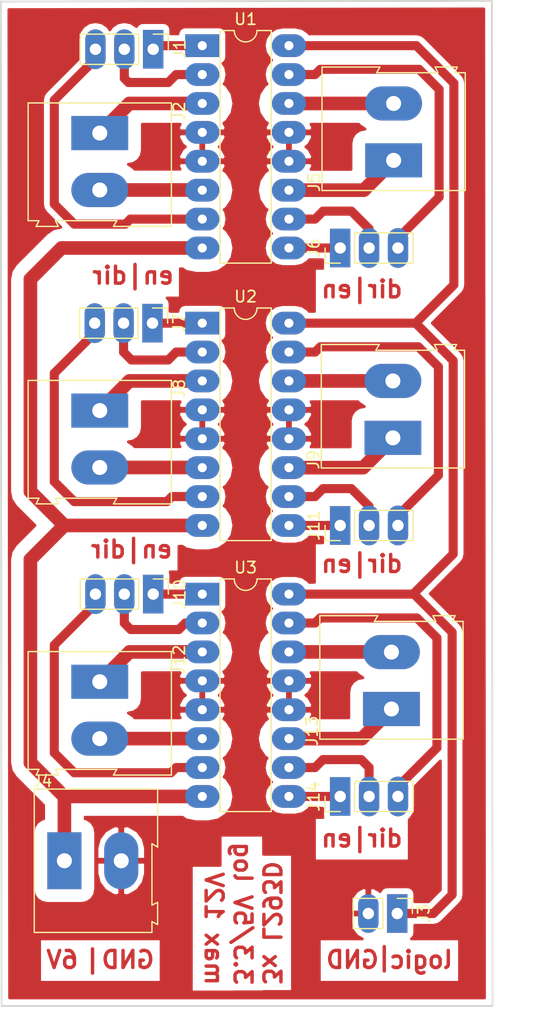
<source format=kicad_pcb>
(kicad_pcb (version 4) (host pcbnew 4.0.7-e2-6376~58~ubuntu16.04.1)

  (general
    (links 0)
    (no_connects 1)
    (area 155.856 52.0365 204.656572 143.707)
    (thickness 1.6)
    (drawings 20)
    (tracks 128)
    (zones 0)
    (modules 17)
    (nets 33)
  )

  (page A4)
  (layers
    (0 F.Cu signal)
    (31 B.Cu signal)
    (32 B.Adhes user)
    (33 F.Adhes user)
    (34 B.Paste user)
    (35 F.Paste user)
    (36 B.SilkS user)
    (37 F.SilkS user)
    (38 B.Mask user)
    (39 F.Mask user)
    (40 Dwgs.User user)
    (41 Cmts.User user)
    (42 Eco1.User user)
    (43 Eco2.User user)
    (44 Edge.Cuts user)
    (45 Margin user)
    (46 B.CrtYd user)
    (47 F.CrtYd user)
    (48 B.Fab user)
    (49 F.Fab user)
  )

  (setup
    (last_trace_width 0.25)
    (trace_clearance 0.2)
    (zone_clearance 0.508)
    (zone_45_only no)
    (trace_min 0.2)
    (segment_width 0.2)
    (edge_width 0.15)
    (via_size 0.6)
    (via_drill 0.4)
    (via_min_size 0.4)
    (via_min_drill 0.3)
    (uvia_size 0.3)
    (uvia_drill 0.1)
    (uvias_allowed no)
    (uvia_min_size 0.2)
    (uvia_min_drill 0.1)
    (pcb_text_width 0.3)
    (pcb_text_size 1.5 1.5)
    (mod_edge_width 0.15)
    (mod_text_size 1 1)
    (mod_text_width 0.15)
    (pad_size 3.4 1.8)
    (pad_drill 1)
    (pad_to_mask_clearance 0.2)
    (aux_axis_origin 0 0)
    (visible_elements FFFFFF7F)
    (pcbplotparams
      (layerselection 0x00030_80000001)
      (usegerberextensions false)
      (excludeedgelayer true)
      (linewidth 0.100000)
      (plotframeref false)
      (viasonmask false)
      (mode 1)
      (useauxorigin false)
      (hpglpennumber 1)
      (hpglpenspeed 20)
      (hpglpendiameter 15)
      (hpglpenoverlay 2)
      (psnegative false)
      (psa4output false)
      (plotreference true)
      (plotvalue true)
      (plotinvisibletext false)
      (padsonsilk false)
      (subtractmaskfromsilk false)
      (outputformat 1)
      (mirror false)
      (drillshape 1)
      (scaleselection 1)
      (outputdirectory ""))
  )

  (net 0 "")
  (net 1 ardu5v)
  (net 2 GND)
  (net 3 supply)
  (net 4 /en1)
  (net 5 /mode1+)
  (net 6 /mode1-)
  (net 7 /m1+)
  (net 8 /m1-)
  (net 9 /m2+)
  (net 10 /m2-)
  (net 11 /en2)
  (net 12 /mode2+)
  (net 13 /mode2-)
  (net 14 /en12)
  (net 15 /mode1+2)
  (net 16 /mode1-2)
  (net 17 /m1+2)
  (net 18 /m1-2)
  (net 19 /m2+2)
  (net 20 /m2-2)
  (net 21 /en13)
  (net 22 /mode1+3)
  (net 23 /mode1-3)
  (net 24 /en22)
  (net 25 /mode2+2)
  (net 26 /mode2-2)
  (net 27 /m1+3)
  (net 28 /m1-3)
  (net 29 /m2+3)
  (net 30 /m2-3)
  (net 31 /mode2+3)
  (net 32 /mode2-3)

  (net_class Default "This is the default net class."
    (clearance 0.2)
    (trace_width 0.25)
    (via_dia 0.6)
    (via_drill 0.4)
    (uvia_dia 0.3)
    (uvia_drill 0.1)
  )

  (net_class cons ""
    (clearance 0.5)
    (trace_width 0.8)
    (via_dia 1.1)
    (via_drill 1)
    (uvia_dia 0.3)
    (uvia_drill 0.1)
    (add_net /en1)
    (add_net /en12)
    (add_net /en13)
    (add_net /en2)
    (add_net /en22)
    (add_net /mode1+)
    (add_net /mode1+2)
    (add_net /mode1+3)
    (add_net /mode1-)
    (add_net /mode1-2)
    (add_net /mode1-3)
    (add_net /mode2+)
    (add_net /mode2+2)
    (add_net /mode2+3)
    (add_net /mode2-)
    (add_net /mode2-2)
    (add_net /mode2-3)
    (add_net ardu5v)
  )

  (net_class highcurrent ""
    (clearance 1.1)
    (trace_width 1.2)
    (via_dia 1.1)
    (via_drill 1)
    (uvia_dia 0.3)
    (uvia_drill 0.1)
    (add_net /m1+)
    (add_net /m1+2)
    (add_net /m1+3)
    (add_net /m1-)
    (add_net /m1-2)
    (add_net /m1-3)
    (add_net /m2+)
    (add_net /m2+2)
    (add_net /m2+3)
    (add_net /m2-)
    (add_net /m2-2)
    (add_net /m2-3)
    (add_net GND)
    (add_net supply)
  )

  (net_class pin ""
    (clearance 1)
    (trace_width 1.1)
    (via_dia 1.1)
    (via_drill 1)
    (uvia_dia 0.3)
    (uvia_drill 0.1)
  )

  (module Pin_Headers:Pin_Header_Straight_1x03_Pitch2.54mm (layer F.Cu) (tedit 5C802AB9) (tstamp 5C7FEE68)
    (at 170.18 56.896 270)
    (descr "Through hole straight pin header, 1x03, 2.54mm pitch, single row")
    (tags "Through hole pin header THT 1x03 2.54mm single row")
    (path /5C7FE9E3)
    (fp_text reference J1 (at 0 -2.33 270) (layer F.SilkS)
      (effects (font (size 1 1) (thickness 0.15)))
    )
    (fp_text value "mode&en M1" (at -2.9845 2.2225 540) (layer F.Fab)
      (effects (font (size 1 1) (thickness 0.15)))
    )
    (fp_line (start -0.635 -1.27) (end 1.27 -1.27) (layer F.Fab) (width 0.1))
    (fp_line (start 1.27 -1.27) (end 1.27 6.35) (layer F.Fab) (width 0.1))
    (fp_line (start 1.27 6.35) (end -1.27 6.35) (layer F.Fab) (width 0.1))
    (fp_line (start -1.27 6.35) (end -1.27 -0.635) (layer F.Fab) (width 0.1))
    (fp_line (start -1.27 -0.635) (end -0.635 -1.27) (layer F.Fab) (width 0.1))
    (fp_line (start -1.33 6.41) (end 1.33 6.41) (layer F.SilkS) (width 0.12))
    (fp_line (start -1.33 1.27) (end -1.33 6.41) (layer F.SilkS) (width 0.12))
    (fp_line (start 1.33 1.27) (end 1.33 6.41) (layer F.SilkS) (width 0.12))
    (fp_line (start -1.33 1.27) (end 1.33 1.27) (layer F.SilkS) (width 0.12))
    (fp_line (start -1.33 0) (end -1.33 -1.33) (layer F.SilkS) (width 0.12))
    (fp_line (start -1.33 -1.33) (end 0 -1.33) (layer F.SilkS) (width 0.12))
    (fp_line (start -1.8 -1.8) (end -1.8 6.85) (layer F.CrtYd) (width 0.05))
    (fp_line (start -1.8 6.85) (end 1.8 6.85) (layer F.CrtYd) (width 0.05))
    (fp_line (start 1.8 6.85) (end 1.8 -1.8) (layer F.CrtYd) (width 0.05))
    (fp_line (start 1.8 -1.8) (end -1.8 -1.8) (layer F.CrtYd) (width 0.05))
    (fp_text user %R (at 0 2.54 360) (layer F.Fab)
      (effects (font (size 1 1) (thickness 0.15)))
    )
    (pad 1 thru_hole rect (at 0 0 270) (size 3.4 1.8) (drill 1) (layers *.Cu *.Mask)
      (net 4 /en1))
    (pad 2 thru_hole oval (at 0 2.54 270) (size 3.5 1.8) (drill 1) (layers *.Cu *.Mask)
      (net 5 /mode1+))
    (pad 3 thru_hole oval (at 0 5.08 270) (size 3.5 1.8) (drill 1) (layers *.Cu *.Mask)
      (net 6 /mode1-))
    (model ${KISYS3DMOD}/Pin_Headers.3dshapes/Pin_Header_Straight_1x03_Pitch2.54mm.wrl
      (at (xyz 0 0 0))
      (scale (xyz 1 1 1))
      (rotate (xyz 0 0 0))
    )
  )

  (module Connectors_Terminal_Blocks:TerminalBlock_Altech_AK300-2_P5.00mm (layer F.Cu) (tedit 5C8029FC) (tstamp 5C7FEE6E)
    (at 165.481 64.262 270)
    (descr "Altech AK300 terminal block, pitch 5.0mm, 45 degree angled, see http://www.mouser.com/ds/2/16/PCBMETRC-24178.pdf")
    (tags "Altech AK300 terminal block pitch 5.0mm")
    (path /5C7FE8CB)
    (fp_text reference J2 (at -1.92 -6.99 270) (layer F.SilkS)
      (effects (font (size 1 1) (thickness 0.15)))
    )
    (fp_text value M1 (at 2.78 7.75 270) (layer F.Fab)
      (effects (font (size 1 1) (thickness 0.15)))
    )
    (fp_text user %R (at 2.5 -2 270) (layer F.Fab)
      (effects (font (size 1 1) (thickness 0.15)))
    )
    (fp_line (start -2.65 -6.3) (end -2.65 6.3) (layer F.SilkS) (width 0.12))
    (fp_line (start -2.65 6.3) (end 7.7 6.3) (layer F.SilkS) (width 0.12))
    (fp_line (start 7.7 6.3) (end 7.7 5.35) (layer F.SilkS) (width 0.12))
    (fp_line (start 7.7 5.35) (end 8.2 5.6) (layer F.SilkS) (width 0.12))
    (fp_line (start 8.2 5.6) (end 8.2 3.7) (layer F.SilkS) (width 0.12))
    (fp_line (start 8.2 3.7) (end 8.2 3.65) (layer F.SilkS) (width 0.12))
    (fp_line (start 8.2 3.65) (end 7.7 3.9) (layer F.SilkS) (width 0.12))
    (fp_line (start 7.7 3.9) (end 7.7 -1.5) (layer F.SilkS) (width 0.12))
    (fp_line (start 7.7 -1.5) (end 8.2 -1.2) (layer F.SilkS) (width 0.12))
    (fp_line (start 8.2 -1.2) (end 8.2 -6.3) (layer F.SilkS) (width 0.12))
    (fp_line (start 8.2 -6.3) (end -2.65 -6.3) (layer F.SilkS) (width 0.12))
    (fp_line (start -1.26 2.54) (end 1.28 2.54) (layer F.Fab) (width 0.1))
    (fp_line (start 1.28 2.54) (end 1.28 -0.25) (layer F.Fab) (width 0.1))
    (fp_line (start -1.26 -0.25) (end 1.28 -0.25) (layer F.Fab) (width 0.1))
    (fp_line (start -1.26 2.54) (end -1.26 -0.25) (layer F.Fab) (width 0.1))
    (fp_line (start 3.74 2.54) (end 6.28 2.54) (layer F.Fab) (width 0.1))
    (fp_line (start 6.28 2.54) (end 6.28 -0.25) (layer F.Fab) (width 0.1))
    (fp_line (start 3.74 -0.25) (end 6.28 -0.25) (layer F.Fab) (width 0.1))
    (fp_line (start 3.74 2.54) (end 3.74 -0.25) (layer F.Fab) (width 0.1))
    (fp_line (start 7.61 -6.22) (end 7.61 -3.17) (layer F.Fab) (width 0.1))
    (fp_line (start 7.61 -6.22) (end -2.58 -6.22) (layer F.Fab) (width 0.1))
    (fp_line (start 7.61 -6.22) (end 8.11 -6.22) (layer F.Fab) (width 0.1))
    (fp_line (start 8.11 -6.22) (end 8.11 -1.4) (layer F.Fab) (width 0.1))
    (fp_line (start 8.11 -1.4) (end 7.61 -1.65) (layer F.Fab) (width 0.1))
    (fp_line (start 8.11 5.46) (end 7.61 5.21) (layer F.Fab) (width 0.1))
    (fp_line (start 7.61 5.21) (end 7.61 6.22) (layer F.Fab) (width 0.1))
    (fp_line (start 8.11 3.81) (end 7.61 4.06) (layer F.Fab) (width 0.1))
    (fp_line (start 7.61 4.06) (end 7.61 5.21) (layer F.Fab) (width 0.1))
    (fp_line (start 8.11 3.81) (end 8.11 5.46) (layer F.Fab) (width 0.1))
    (fp_line (start 2.98 6.22) (end 2.98 4.32) (layer F.Fab) (width 0.1))
    (fp_line (start 7.05 -0.25) (end 7.05 4.32) (layer F.Fab) (width 0.1))
    (fp_line (start 2.98 6.22) (end 7.05 6.22) (layer F.Fab) (width 0.1))
    (fp_line (start 7.05 6.22) (end 7.61 6.22) (layer F.Fab) (width 0.1))
    (fp_line (start 2.04 6.22) (end 2.04 4.32) (layer F.Fab) (width 0.1))
    (fp_line (start 2.04 6.22) (end 2.98 6.22) (layer F.Fab) (width 0.1))
    (fp_line (start -2.02 -0.25) (end -2.02 4.32) (layer F.Fab) (width 0.1))
    (fp_line (start -2.58 6.22) (end -2.02 6.22) (layer F.Fab) (width 0.1))
    (fp_line (start -2.02 6.22) (end 2.04 6.22) (layer F.Fab) (width 0.1))
    (fp_line (start 2.98 4.32) (end 7.05 4.32) (layer F.Fab) (width 0.1))
    (fp_line (start 2.98 4.32) (end 2.98 -0.25) (layer F.Fab) (width 0.1))
    (fp_line (start 7.05 4.32) (end 7.05 6.22) (layer F.Fab) (width 0.1))
    (fp_line (start 2.04 4.32) (end -2.02 4.32) (layer F.Fab) (width 0.1))
    (fp_line (start 2.04 4.32) (end 2.04 -0.25) (layer F.Fab) (width 0.1))
    (fp_line (start -2.02 4.32) (end -2.02 6.22) (layer F.Fab) (width 0.1))
    (fp_line (start 6.67 3.68) (end 6.67 0.51) (layer F.Fab) (width 0.1))
    (fp_line (start 6.67 3.68) (end 3.36 3.68) (layer F.Fab) (width 0.1))
    (fp_line (start 3.36 3.68) (end 3.36 0.51) (layer F.Fab) (width 0.1))
    (fp_line (start 1.66 3.68) (end 1.66 0.51) (layer F.Fab) (width 0.1))
    (fp_line (start 1.66 3.68) (end -1.64 3.68) (layer F.Fab) (width 0.1))
    (fp_line (start -1.64 3.68) (end -1.64 0.51) (layer F.Fab) (width 0.1))
    (fp_line (start -1.64 0.51) (end -1.26 0.51) (layer F.Fab) (width 0.1))
    (fp_line (start 1.66 0.51) (end 1.28 0.51) (layer F.Fab) (width 0.1))
    (fp_line (start 3.36 0.51) (end 3.74 0.51) (layer F.Fab) (width 0.1))
    (fp_line (start 6.67 0.51) (end 6.28 0.51) (layer F.Fab) (width 0.1))
    (fp_line (start -2.58 6.22) (end -2.58 -0.64) (layer F.Fab) (width 0.1))
    (fp_line (start -2.58 -0.64) (end -2.58 -3.17) (layer F.Fab) (width 0.1))
    (fp_line (start 7.61 -1.65) (end 7.61 -0.64) (layer F.Fab) (width 0.1))
    (fp_line (start 7.61 -0.64) (end 7.61 4.06) (layer F.Fab) (width 0.1))
    (fp_line (start -2.58 -3.17) (end 7.61 -3.17) (layer F.Fab) (width 0.1))
    (fp_line (start -2.58 -3.17) (end -2.58 -6.22) (layer F.Fab) (width 0.1))
    (fp_line (start 7.61 -3.17) (end 7.61 -1.65) (layer F.Fab) (width 0.1))
    (fp_line (start 2.98 -3.43) (end 2.98 -5.97) (layer F.Fab) (width 0.1))
    (fp_line (start 2.98 -5.97) (end 7.05 -5.97) (layer F.Fab) (width 0.1))
    (fp_line (start 7.05 -5.97) (end 7.05 -3.43) (layer F.Fab) (width 0.1))
    (fp_line (start 7.05 -3.43) (end 2.98 -3.43) (layer F.Fab) (width 0.1))
    (fp_line (start 2.04 -3.43) (end 2.04 -5.97) (layer F.Fab) (width 0.1))
    (fp_line (start 2.04 -3.43) (end -2.02 -3.43) (layer F.Fab) (width 0.1))
    (fp_line (start -2.02 -3.43) (end -2.02 -5.97) (layer F.Fab) (width 0.1))
    (fp_line (start 2.04 -5.97) (end -2.02 -5.97) (layer F.Fab) (width 0.1))
    (fp_line (start 3.39 -4.45) (end 6.44 -5.08) (layer F.Fab) (width 0.1))
    (fp_line (start 3.52 -4.32) (end 6.56 -4.95) (layer F.Fab) (width 0.1))
    (fp_line (start -1.62 -4.45) (end 1.44 -5.08) (layer F.Fab) (width 0.1))
    (fp_line (start -1.49 -4.32) (end 1.56 -4.95) (layer F.Fab) (width 0.1))
    (fp_line (start -2.02 -0.25) (end -1.64 -0.25) (layer F.Fab) (width 0.1))
    (fp_line (start 2.04 -0.25) (end 1.66 -0.25) (layer F.Fab) (width 0.1))
    (fp_line (start 1.66 -0.25) (end -1.64 -0.25) (layer F.Fab) (width 0.1))
    (fp_line (start -2.58 -0.64) (end -1.64 -0.64) (layer F.Fab) (width 0.1))
    (fp_line (start -1.64 -0.64) (end 1.66 -0.64) (layer F.Fab) (width 0.1))
    (fp_line (start 1.66 -0.64) (end 3.36 -0.64) (layer F.Fab) (width 0.1))
    (fp_line (start 7.61 -0.64) (end 6.67 -0.64) (layer F.Fab) (width 0.1))
    (fp_line (start 6.67 -0.64) (end 3.36 -0.64) (layer F.Fab) (width 0.1))
    (fp_line (start 7.05 -0.25) (end 6.67 -0.25) (layer F.Fab) (width 0.1))
    (fp_line (start 2.98 -0.25) (end 3.36 -0.25) (layer F.Fab) (width 0.1))
    (fp_line (start 3.36 -0.25) (end 6.67 -0.25) (layer F.Fab) (width 0.1))
    (fp_line (start -2.83 -6.47) (end 8.36 -6.47) (layer F.CrtYd) (width 0.05))
    (fp_line (start -2.83 -6.47) (end -2.83 6.47) (layer F.CrtYd) (width 0.05))
    (fp_line (start 8.36 6.47) (end 8.36 -6.47) (layer F.CrtYd) (width 0.05))
    (fp_line (start 8.36 6.47) (end -2.83 6.47) (layer F.CrtYd) (width 0.05))
    (fp_arc (start 6.03 -4.59) (end 6.54 -5.05) (angle 90.5) (layer F.Fab) (width 0.1))
    (fp_arc (start 5.07 -6.07) (end 6.53 -4.12) (angle 75.5) (layer F.Fab) (width 0.1))
    (fp_arc (start 4.99 -3.71) (end 3.39 -5) (angle 100) (layer F.Fab) (width 0.1))
    (fp_arc (start 3.87 -4.65) (end 3.58 -4.13) (angle 104.2) (layer F.Fab) (width 0.1))
    (fp_arc (start 1.03 -4.59) (end 1.53 -5.05) (angle 90.5) (layer F.Fab) (width 0.1))
    (fp_arc (start 0.06 -6.07) (end 1.53 -4.12) (angle 75.5) (layer F.Fab) (width 0.1))
    (fp_arc (start -0.01 -3.71) (end -1.62 -5) (angle 100) (layer F.Fab) (width 0.1))
    (fp_arc (start -1.13 -4.65) (end -1.42 -4.13) (angle 104.2) (layer F.Fab) (width 0.1))
    (pad 1 thru_hole rect (at 0 0 270) (size 3 5) (drill 1.32) (layers *.Cu *.Mask)
      (net 7 /m1+))
    (pad 2 thru_hole oval (at 5 0 270) (size 3 5) (drill 1.32) (layers *.Cu *.Mask)
      (net 8 /m1-))
    (model ${KISYS3DMOD}/Terminal_Blocks.3dshapes/TerminalBlock_Altech_AK300-2_P5.00mm.wrl
      (at (xyz 0 0 0))
      (scale (xyz 1 1 1))
      (rotate (xyz 0 0 0))
    )
  )

  (module Pin_Headers:Pin_Header_Straight_1x02_Pitch2.54mm (layer F.Cu) (tedit 5C802B17) (tstamp 5C7FEE74)
    (at 191.643 132.842 270)
    (descr "Through hole straight pin header, 1x02, 2.54mm pitch, single row")
    (tags "Through hole pin header THT 1x02 2.54mm single row")
    (path /5C7FEE1F)
    (fp_text reference J3 (at 0 -2.33 270) (layer F.SilkS)
      (effects (font (size 1 1) (thickness 0.15)))
    )
    (fp_text value "Logic supply voltage" (at 8.89 0 540) (layer F.Fab)
      (effects (font (size 1 1) (thickness 0.15)))
    )
    (fp_line (start -0.635 -1.27) (end 1.27 -1.27) (layer F.Fab) (width 0.1))
    (fp_line (start 1.27 -1.27) (end 1.27 3.81) (layer F.Fab) (width 0.1))
    (fp_line (start 1.27 3.81) (end -1.27 3.81) (layer F.Fab) (width 0.1))
    (fp_line (start -1.27 3.81) (end -1.27 -0.635) (layer F.Fab) (width 0.1))
    (fp_line (start -1.27 -0.635) (end -0.635 -1.27) (layer F.Fab) (width 0.1))
    (fp_line (start -1.33 3.87) (end 1.33 3.87) (layer F.SilkS) (width 0.12))
    (fp_line (start -1.33 1.27) (end -1.33 3.87) (layer F.SilkS) (width 0.12))
    (fp_line (start 1.33 1.27) (end 1.33 3.87) (layer F.SilkS) (width 0.12))
    (fp_line (start -1.33 1.27) (end 1.33 1.27) (layer F.SilkS) (width 0.12))
    (fp_line (start -1.33 0) (end -1.33 -1.33) (layer F.SilkS) (width 0.12))
    (fp_line (start -1.33 -1.33) (end 0 -1.33) (layer F.SilkS) (width 0.12))
    (fp_line (start -1.8 -1.8) (end -1.8 4.35) (layer F.CrtYd) (width 0.05))
    (fp_line (start -1.8 4.35) (end 1.8 4.35) (layer F.CrtYd) (width 0.05))
    (fp_line (start 1.8 4.35) (end 1.8 -1.8) (layer F.CrtYd) (width 0.05))
    (fp_line (start 1.8 -1.8) (end -1.8 -1.8) (layer F.CrtYd) (width 0.05))
    (fp_text user %R (at 0 1.27 360) (layer F.Fab)
      (effects (font (size 1 1) (thickness 0.15)))
    )
    (pad 1 thru_hole rect (at 0 0 270) (size 3.4 1.8) (drill 1) (layers *.Cu *.Mask)
      (net 1 ardu5v))
    (pad 2 thru_hole oval (at 0 2.54 270) (size 3.4 1.8) (drill 1) (layers *.Cu *.Mask)
      (net 2 GND))
    (model ${KISYS3DMOD}/Pin_Headers.3dshapes/Pin_Header_Straight_1x02_Pitch2.54mm.wrl
      (at (xyz 0 0 0))
      (scale (xyz 1 1 1))
      (rotate (xyz 0 0 0))
    )
  )

  (module Connectors_Terminal_Blocks:TerminalBlock_Altech_AK300-2_P5.00mm (layer F.Cu) (tedit 59FF0306) (tstamp 5C7FEE7A)
    (at 162.3695 128.2065)
    (descr "Altech AK300 terminal block, pitch 5.0mm, 45 degree angled, see http://www.mouser.com/ds/2/16/PCBMETRC-24178.pdf")
    (tags "Altech AK300 terminal block pitch 5.0mm")
    (path /5C7FEFEB)
    (fp_text reference J4 (at -1.92 -6.99) (layer F.SilkS)
      (effects (font (size 1 1) (thickness 0.15)))
    )
    (fp_text value "Power supply voltage" (at -4.5085 -0.127 90) (layer F.Fab)
      (effects (font (size 1 1) (thickness 0.15)))
    )
    (fp_text user %R (at 2.5 -2) (layer F.Fab)
      (effects (font (size 1 1) (thickness 0.15)))
    )
    (fp_line (start -2.65 -6.3) (end -2.65 6.3) (layer F.SilkS) (width 0.12))
    (fp_line (start -2.65 6.3) (end 7.7 6.3) (layer F.SilkS) (width 0.12))
    (fp_line (start 7.7 6.3) (end 7.7 5.35) (layer F.SilkS) (width 0.12))
    (fp_line (start 7.7 5.35) (end 8.2 5.6) (layer F.SilkS) (width 0.12))
    (fp_line (start 8.2 5.6) (end 8.2 3.7) (layer F.SilkS) (width 0.12))
    (fp_line (start 8.2 3.7) (end 8.2 3.65) (layer F.SilkS) (width 0.12))
    (fp_line (start 8.2 3.65) (end 7.7 3.9) (layer F.SilkS) (width 0.12))
    (fp_line (start 7.7 3.9) (end 7.7 -1.5) (layer F.SilkS) (width 0.12))
    (fp_line (start 7.7 -1.5) (end 8.2 -1.2) (layer F.SilkS) (width 0.12))
    (fp_line (start 8.2 -1.2) (end 8.2 -6.3) (layer F.SilkS) (width 0.12))
    (fp_line (start 8.2 -6.3) (end -2.65 -6.3) (layer F.SilkS) (width 0.12))
    (fp_line (start -1.26 2.54) (end 1.28 2.54) (layer F.Fab) (width 0.1))
    (fp_line (start 1.28 2.54) (end 1.28 -0.25) (layer F.Fab) (width 0.1))
    (fp_line (start -1.26 -0.25) (end 1.28 -0.25) (layer F.Fab) (width 0.1))
    (fp_line (start -1.26 2.54) (end -1.26 -0.25) (layer F.Fab) (width 0.1))
    (fp_line (start 3.74 2.54) (end 6.28 2.54) (layer F.Fab) (width 0.1))
    (fp_line (start 6.28 2.54) (end 6.28 -0.25) (layer F.Fab) (width 0.1))
    (fp_line (start 3.74 -0.25) (end 6.28 -0.25) (layer F.Fab) (width 0.1))
    (fp_line (start 3.74 2.54) (end 3.74 -0.25) (layer F.Fab) (width 0.1))
    (fp_line (start 7.61 -6.22) (end 7.61 -3.17) (layer F.Fab) (width 0.1))
    (fp_line (start 7.61 -6.22) (end -2.58 -6.22) (layer F.Fab) (width 0.1))
    (fp_line (start 7.61 -6.22) (end 8.11 -6.22) (layer F.Fab) (width 0.1))
    (fp_line (start 8.11 -6.22) (end 8.11 -1.4) (layer F.Fab) (width 0.1))
    (fp_line (start 8.11 -1.4) (end 7.61 -1.65) (layer F.Fab) (width 0.1))
    (fp_line (start 8.11 5.46) (end 7.61 5.21) (layer F.Fab) (width 0.1))
    (fp_line (start 7.61 5.21) (end 7.61 6.22) (layer F.Fab) (width 0.1))
    (fp_line (start 8.11 3.81) (end 7.61 4.06) (layer F.Fab) (width 0.1))
    (fp_line (start 7.61 4.06) (end 7.61 5.21) (layer F.Fab) (width 0.1))
    (fp_line (start 8.11 3.81) (end 8.11 5.46) (layer F.Fab) (width 0.1))
    (fp_line (start 2.98 6.22) (end 2.98 4.32) (layer F.Fab) (width 0.1))
    (fp_line (start 7.05 -0.25) (end 7.05 4.32) (layer F.Fab) (width 0.1))
    (fp_line (start 2.98 6.22) (end 7.05 6.22) (layer F.Fab) (width 0.1))
    (fp_line (start 7.05 6.22) (end 7.61 6.22) (layer F.Fab) (width 0.1))
    (fp_line (start 2.04 6.22) (end 2.04 4.32) (layer F.Fab) (width 0.1))
    (fp_line (start 2.04 6.22) (end 2.98 6.22) (layer F.Fab) (width 0.1))
    (fp_line (start -2.02 -0.25) (end -2.02 4.32) (layer F.Fab) (width 0.1))
    (fp_line (start -2.58 6.22) (end -2.02 6.22) (layer F.Fab) (width 0.1))
    (fp_line (start -2.02 6.22) (end 2.04 6.22) (layer F.Fab) (width 0.1))
    (fp_line (start 2.98 4.32) (end 7.05 4.32) (layer F.Fab) (width 0.1))
    (fp_line (start 2.98 4.32) (end 2.98 -0.25) (layer F.Fab) (width 0.1))
    (fp_line (start 7.05 4.32) (end 7.05 6.22) (layer F.Fab) (width 0.1))
    (fp_line (start 2.04 4.32) (end -2.02 4.32) (layer F.Fab) (width 0.1))
    (fp_line (start 2.04 4.32) (end 2.04 -0.25) (layer F.Fab) (width 0.1))
    (fp_line (start -2.02 4.32) (end -2.02 6.22) (layer F.Fab) (width 0.1))
    (fp_line (start 6.67 3.68) (end 6.67 0.51) (layer F.Fab) (width 0.1))
    (fp_line (start 6.67 3.68) (end 3.36 3.68) (layer F.Fab) (width 0.1))
    (fp_line (start 3.36 3.68) (end 3.36 0.51) (layer F.Fab) (width 0.1))
    (fp_line (start 1.66 3.68) (end 1.66 0.51) (layer F.Fab) (width 0.1))
    (fp_line (start 1.66 3.68) (end -1.64 3.68) (layer F.Fab) (width 0.1))
    (fp_line (start -1.64 3.68) (end -1.64 0.51) (layer F.Fab) (width 0.1))
    (fp_line (start -1.64 0.51) (end -1.26 0.51) (layer F.Fab) (width 0.1))
    (fp_line (start 1.66 0.51) (end 1.28 0.51) (layer F.Fab) (width 0.1))
    (fp_line (start 3.36 0.51) (end 3.74 0.51) (layer F.Fab) (width 0.1))
    (fp_line (start 6.67 0.51) (end 6.28 0.51) (layer F.Fab) (width 0.1))
    (fp_line (start -2.58 6.22) (end -2.58 -0.64) (layer F.Fab) (width 0.1))
    (fp_line (start -2.58 -0.64) (end -2.58 -3.17) (layer F.Fab) (width 0.1))
    (fp_line (start 7.61 -1.65) (end 7.61 -0.64) (layer F.Fab) (width 0.1))
    (fp_line (start 7.61 -0.64) (end 7.61 4.06) (layer F.Fab) (width 0.1))
    (fp_line (start -2.58 -3.17) (end 7.61 -3.17) (layer F.Fab) (width 0.1))
    (fp_line (start -2.58 -3.17) (end -2.58 -6.22) (layer F.Fab) (width 0.1))
    (fp_line (start 7.61 -3.17) (end 7.61 -1.65) (layer F.Fab) (width 0.1))
    (fp_line (start 2.98 -3.43) (end 2.98 -5.97) (layer F.Fab) (width 0.1))
    (fp_line (start 2.98 -5.97) (end 7.05 -5.97) (layer F.Fab) (width 0.1))
    (fp_line (start 7.05 -5.97) (end 7.05 -3.43) (layer F.Fab) (width 0.1))
    (fp_line (start 7.05 -3.43) (end 2.98 -3.43) (layer F.Fab) (width 0.1))
    (fp_line (start 2.04 -3.43) (end 2.04 -5.97) (layer F.Fab) (width 0.1))
    (fp_line (start 2.04 -3.43) (end -2.02 -3.43) (layer F.Fab) (width 0.1))
    (fp_line (start -2.02 -3.43) (end -2.02 -5.97) (layer F.Fab) (width 0.1))
    (fp_line (start 2.04 -5.97) (end -2.02 -5.97) (layer F.Fab) (width 0.1))
    (fp_line (start 3.39 -4.45) (end 6.44 -5.08) (layer F.Fab) (width 0.1))
    (fp_line (start 3.52 -4.32) (end 6.56 -4.95) (layer F.Fab) (width 0.1))
    (fp_line (start -1.62 -4.45) (end 1.44 -5.08) (layer F.Fab) (width 0.1))
    (fp_line (start -1.49 -4.32) (end 1.56 -4.95) (layer F.Fab) (width 0.1))
    (fp_line (start -2.02 -0.25) (end -1.64 -0.25) (layer F.Fab) (width 0.1))
    (fp_line (start 2.04 -0.25) (end 1.66 -0.25) (layer F.Fab) (width 0.1))
    (fp_line (start 1.66 -0.25) (end -1.64 -0.25) (layer F.Fab) (width 0.1))
    (fp_line (start -2.58 -0.64) (end -1.64 -0.64) (layer F.Fab) (width 0.1))
    (fp_line (start -1.64 -0.64) (end 1.66 -0.64) (layer F.Fab) (width 0.1))
    (fp_line (start 1.66 -0.64) (end 3.36 -0.64) (layer F.Fab) (width 0.1))
    (fp_line (start 7.61 -0.64) (end 6.67 -0.64) (layer F.Fab) (width 0.1))
    (fp_line (start 6.67 -0.64) (end 3.36 -0.64) (layer F.Fab) (width 0.1))
    (fp_line (start 7.05 -0.25) (end 6.67 -0.25) (layer F.Fab) (width 0.1))
    (fp_line (start 2.98 -0.25) (end 3.36 -0.25) (layer F.Fab) (width 0.1))
    (fp_line (start 3.36 -0.25) (end 6.67 -0.25) (layer F.Fab) (width 0.1))
    (fp_line (start -2.83 -6.47) (end 8.36 -6.47) (layer F.CrtYd) (width 0.05))
    (fp_line (start -2.83 -6.47) (end -2.83 6.47) (layer F.CrtYd) (width 0.05))
    (fp_line (start 8.36 6.47) (end 8.36 -6.47) (layer F.CrtYd) (width 0.05))
    (fp_line (start 8.36 6.47) (end -2.83 6.47) (layer F.CrtYd) (width 0.05))
    (fp_arc (start 6.03 -4.59) (end 6.54 -5.05) (angle 90.5) (layer F.Fab) (width 0.1))
    (fp_arc (start 5.07 -6.07) (end 6.53 -4.12) (angle 75.5) (layer F.Fab) (width 0.1))
    (fp_arc (start 4.99 -3.71) (end 3.39 -5) (angle 100) (layer F.Fab) (width 0.1))
    (fp_arc (start 3.87 -4.65) (end 3.58 -4.13) (angle 104.2) (layer F.Fab) (width 0.1))
    (fp_arc (start 1.03 -4.59) (end 1.53 -5.05) (angle 90.5) (layer F.Fab) (width 0.1))
    (fp_arc (start 0.06 -6.07) (end 1.53 -4.12) (angle 75.5) (layer F.Fab) (width 0.1))
    (fp_arc (start -0.01 -3.71) (end -1.62 -5) (angle 100) (layer F.Fab) (width 0.1))
    (fp_arc (start -1.13 -4.65) (end -1.42 -4.13) (angle 104.2) (layer F.Fab) (width 0.1))
    (pad 1 thru_hole rect (at 0 0) (size 3 5) (drill 1.32) (layers *.Cu *.Mask)
      (net 3 supply))
    (pad 2 thru_hole oval (at 5 0) (size 3 5) (drill 1.32) (layers *.Cu *.Mask)
      (net 2 GND))
    (model ${KISYS3DMOD}/Terminal_Blocks.3dshapes/TerminalBlock_Altech_AK300-2_P5.00mm.wrl
      (at (xyz 0 0 0))
      (scale (xyz 1 1 1))
      (rotate (xyz 0 0 0))
    )
  )

  (module Connectors_Terminal_Blocks:TerminalBlock_Altech_AK300-2_P5.00mm (layer F.Cu) (tedit 59FF0306) (tstamp 5C7FEE80)
    (at 191.3255 66.6585 90)
    (descr "Altech AK300 terminal block, pitch 5.0mm, 45 degree angled, see http://www.mouser.com/ds/2/16/PCBMETRC-24178.pdf")
    (tags "Altech AK300 terminal block pitch 5.0mm")
    (path /5C7FE896)
    (fp_text reference J5 (at -1.92 -6.99 90) (layer F.SilkS)
      (effects (font (size 1 1) (thickness 0.15)))
    )
    (fp_text value M2 (at 2.78 7.75 90) (layer F.Fab)
      (effects (font (size 1 1) (thickness 0.15)))
    )
    (fp_text user %R (at 2.5 -2 90) (layer F.Fab)
      (effects (font (size 1 1) (thickness 0.15)))
    )
    (fp_line (start -2.65 -6.3) (end -2.65 6.3) (layer F.SilkS) (width 0.12))
    (fp_line (start -2.65 6.3) (end 7.7 6.3) (layer F.SilkS) (width 0.12))
    (fp_line (start 7.7 6.3) (end 7.7 5.35) (layer F.SilkS) (width 0.12))
    (fp_line (start 7.7 5.35) (end 8.2 5.6) (layer F.SilkS) (width 0.12))
    (fp_line (start 8.2 5.6) (end 8.2 3.7) (layer F.SilkS) (width 0.12))
    (fp_line (start 8.2 3.7) (end 8.2 3.65) (layer F.SilkS) (width 0.12))
    (fp_line (start 8.2 3.65) (end 7.7 3.9) (layer F.SilkS) (width 0.12))
    (fp_line (start 7.7 3.9) (end 7.7 -1.5) (layer F.SilkS) (width 0.12))
    (fp_line (start 7.7 -1.5) (end 8.2 -1.2) (layer F.SilkS) (width 0.12))
    (fp_line (start 8.2 -1.2) (end 8.2 -6.3) (layer F.SilkS) (width 0.12))
    (fp_line (start 8.2 -6.3) (end -2.65 -6.3) (layer F.SilkS) (width 0.12))
    (fp_line (start -1.26 2.54) (end 1.28 2.54) (layer F.Fab) (width 0.1))
    (fp_line (start 1.28 2.54) (end 1.28 -0.25) (layer F.Fab) (width 0.1))
    (fp_line (start -1.26 -0.25) (end 1.28 -0.25) (layer F.Fab) (width 0.1))
    (fp_line (start -1.26 2.54) (end -1.26 -0.25) (layer F.Fab) (width 0.1))
    (fp_line (start 3.74 2.54) (end 6.28 2.54) (layer F.Fab) (width 0.1))
    (fp_line (start 6.28 2.54) (end 6.28 -0.25) (layer F.Fab) (width 0.1))
    (fp_line (start 3.74 -0.25) (end 6.28 -0.25) (layer F.Fab) (width 0.1))
    (fp_line (start 3.74 2.54) (end 3.74 -0.25) (layer F.Fab) (width 0.1))
    (fp_line (start 7.61 -6.22) (end 7.61 -3.17) (layer F.Fab) (width 0.1))
    (fp_line (start 7.61 -6.22) (end -2.58 -6.22) (layer F.Fab) (width 0.1))
    (fp_line (start 7.61 -6.22) (end 8.11 -6.22) (layer F.Fab) (width 0.1))
    (fp_line (start 8.11 -6.22) (end 8.11 -1.4) (layer F.Fab) (width 0.1))
    (fp_line (start 8.11 -1.4) (end 7.61 -1.65) (layer F.Fab) (width 0.1))
    (fp_line (start 8.11 5.46) (end 7.61 5.21) (layer F.Fab) (width 0.1))
    (fp_line (start 7.61 5.21) (end 7.61 6.22) (layer F.Fab) (width 0.1))
    (fp_line (start 8.11 3.81) (end 7.61 4.06) (layer F.Fab) (width 0.1))
    (fp_line (start 7.61 4.06) (end 7.61 5.21) (layer F.Fab) (width 0.1))
    (fp_line (start 8.11 3.81) (end 8.11 5.46) (layer F.Fab) (width 0.1))
    (fp_line (start 2.98 6.22) (end 2.98 4.32) (layer F.Fab) (width 0.1))
    (fp_line (start 7.05 -0.25) (end 7.05 4.32) (layer F.Fab) (width 0.1))
    (fp_line (start 2.98 6.22) (end 7.05 6.22) (layer F.Fab) (width 0.1))
    (fp_line (start 7.05 6.22) (end 7.61 6.22) (layer F.Fab) (width 0.1))
    (fp_line (start 2.04 6.22) (end 2.04 4.32) (layer F.Fab) (width 0.1))
    (fp_line (start 2.04 6.22) (end 2.98 6.22) (layer F.Fab) (width 0.1))
    (fp_line (start -2.02 -0.25) (end -2.02 4.32) (layer F.Fab) (width 0.1))
    (fp_line (start -2.58 6.22) (end -2.02 6.22) (layer F.Fab) (width 0.1))
    (fp_line (start -2.02 6.22) (end 2.04 6.22) (layer F.Fab) (width 0.1))
    (fp_line (start 2.98 4.32) (end 7.05 4.32) (layer F.Fab) (width 0.1))
    (fp_line (start 2.98 4.32) (end 2.98 -0.25) (layer F.Fab) (width 0.1))
    (fp_line (start 7.05 4.32) (end 7.05 6.22) (layer F.Fab) (width 0.1))
    (fp_line (start 2.04 4.32) (end -2.02 4.32) (layer F.Fab) (width 0.1))
    (fp_line (start 2.04 4.32) (end 2.04 -0.25) (layer F.Fab) (width 0.1))
    (fp_line (start -2.02 4.32) (end -2.02 6.22) (layer F.Fab) (width 0.1))
    (fp_line (start 6.67 3.68) (end 6.67 0.51) (layer F.Fab) (width 0.1))
    (fp_line (start 6.67 3.68) (end 3.36 3.68) (layer F.Fab) (width 0.1))
    (fp_line (start 3.36 3.68) (end 3.36 0.51) (layer F.Fab) (width 0.1))
    (fp_line (start 1.66 3.68) (end 1.66 0.51) (layer F.Fab) (width 0.1))
    (fp_line (start 1.66 3.68) (end -1.64 3.68) (layer F.Fab) (width 0.1))
    (fp_line (start -1.64 3.68) (end -1.64 0.51) (layer F.Fab) (width 0.1))
    (fp_line (start -1.64 0.51) (end -1.26 0.51) (layer F.Fab) (width 0.1))
    (fp_line (start 1.66 0.51) (end 1.28 0.51) (layer F.Fab) (width 0.1))
    (fp_line (start 3.36 0.51) (end 3.74 0.51) (layer F.Fab) (width 0.1))
    (fp_line (start 6.67 0.51) (end 6.28 0.51) (layer F.Fab) (width 0.1))
    (fp_line (start -2.58 6.22) (end -2.58 -0.64) (layer F.Fab) (width 0.1))
    (fp_line (start -2.58 -0.64) (end -2.58 -3.17) (layer F.Fab) (width 0.1))
    (fp_line (start 7.61 -1.65) (end 7.61 -0.64) (layer F.Fab) (width 0.1))
    (fp_line (start 7.61 -0.64) (end 7.61 4.06) (layer F.Fab) (width 0.1))
    (fp_line (start -2.58 -3.17) (end 7.61 -3.17) (layer F.Fab) (width 0.1))
    (fp_line (start -2.58 -3.17) (end -2.58 -6.22) (layer F.Fab) (width 0.1))
    (fp_line (start 7.61 -3.17) (end 7.61 -1.65) (layer F.Fab) (width 0.1))
    (fp_line (start 2.98 -3.43) (end 2.98 -5.97) (layer F.Fab) (width 0.1))
    (fp_line (start 2.98 -5.97) (end 7.05 -5.97) (layer F.Fab) (width 0.1))
    (fp_line (start 7.05 -5.97) (end 7.05 -3.43) (layer F.Fab) (width 0.1))
    (fp_line (start 7.05 -3.43) (end 2.98 -3.43) (layer F.Fab) (width 0.1))
    (fp_line (start 2.04 -3.43) (end 2.04 -5.97) (layer F.Fab) (width 0.1))
    (fp_line (start 2.04 -3.43) (end -2.02 -3.43) (layer F.Fab) (width 0.1))
    (fp_line (start -2.02 -3.43) (end -2.02 -5.97) (layer F.Fab) (width 0.1))
    (fp_line (start 2.04 -5.97) (end -2.02 -5.97) (layer F.Fab) (width 0.1))
    (fp_line (start 3.39 -4.45) (end 6.44 -5.08) (layer F.Fab) (width 0.1))
    (fp_line (start 3.52 -4.32) (end 6.56 -4.95) (layer F.Fab) (width 0.1))
    (fp_line (start -1.62 -4.45) (end 1.44 -5.08) (layer F.Fab) (width 0.1))
    (fp_line (start -1.49 -4.32) (end 1.56 -4.95) (layer F.Fab) (width 0.1))
    (fp_line (start -2.02 -0.25) (end -1.64 -0.25) (layer F.Fab) (width 0.1))
    (fp_line (start 2.04 -0.25) (end 1.66 -0.25) (layer F.Fab) (width 0.1))
    (fp_line (start 1.66 -0.25) (end -1.64 -0.25) (layer F.Fab) (width 0.1))
    (fp_line (start -2.58 -0.64) (end -1.64 -0.64) (layer F.Fab) (width 0.1))
    (fp_line (start -1.64 -0.64) (end 1.66 -0.64) (layer F.Fab) (width 0.1))
    (fp_line (start 1.66 -0.64) (end 3.36 -0.64) (layer F.Fab) (width 0.1))
    (fp_line (start 7.61 -0.64) (end 6.67 -0.64) (layer F.Fab) (width 0.1))
    (fp_line (start 6.67 -0.64) (end 3.36 -0.64) (layer F.Fab) (width 0.1))
    (fp_line (start 7.05 -0.25) (end 6.67 -0.25) (layer F.Fab) (width 0.1))
    (fp_line (start 2.98 -0.25) (end 3.36 -0.25) (layer F.Fab) (width 0.1))
    (fp_line (start 3.36 -0.25) (end 6.67 -0.25) (layer F.Fab) (width 0.1))
    (fp_line (start -2.83 -6.47) (end 8.36 -6.47) (layer F.CrtYd) (width 0.05))
    (fp_line (start -2.83 -6.47) (end -2.83 6.47) (layer F.CrtYd) (width 0.05))
    (fp_line (start 8.36 6.47) (end 8.36 -6.47) (layer F.CrtYd) (width 0.05))
    (fp_line (start 8.36 6.47) (end -2.83 6.47) (layer F.CrtYd) (width 0.05))
    (fp_arc (start 6.03 -4.59) (end 6.54 -5.05) (angle 90.5) (layer F.Fab) (width 0.1))
    (fp_arc (start 5.07 -6.07) (end 6.53 -4.12) (angle 75.5) (layer F.Fab) (width 0.1))
    (fp_arc (start 4.99 -3.71) (end 3.39 -5) (angle 100) (layer F.Fab) (width 0.1))
    (fp_arc (start 3.87 -4.65) (end 3.58 -4.13) (angle 104.2) (layer F.Fab) (width 0.1))
    (fp_arc (start 1.03 -4.59) (end 1.53 -5.05) (angle 90.5) (layer F.Fab) (width 0.1))
    (fp_arc (start 0.06 -6.07) (end 1.53 -4.12) (angle 75.5) (layer F.Fab) (width 0.1))
    (fp_arc (start -0.01 -3.71) (end -1.62 -5) (angle 100) (layer F.Fab) (width 0.1))
    (fp_arc (start -1.13 -4.65) (end -1.42 -4.13) (angle 104.2) (layer F.Fab) (width 0.1))
    (pad 1 thru_hole rect (at 0 0 90) (size 3 5) (drill 1.32) (layers *.Cu *.Mask)
      (net 9 /m2+))
    (pad 2 thru_hole oval (at 5 0 90) (size 3 5) (drill 1.32) (layers *.Cu *.Mask)
      (net 10 /m2-))
    (model ${KISYS3DMOD}/Terminal_Blocks.3dshapes/TerminalBlock_Altech_AK300-2_P5.00mm.wrl
      (at (xyz 0 0 0))
      (scale (xyz 1 1 1))
      (rotate (xyz 0 0 0))
    )
  )

  (module Pin_Headers:Pin_Header_Straight_1x03_Pitch2.54mm (layer F.Cu) (tedit 59650532) (tstamp 5C7FEE87)
    (at 186.6265 74.3585 90)
    (descr "Through hole straight pin header, 1x03, 2.54mm pitch, single row")
    (tags "Through hole pin header THT 1x03 2.54mm single row")
    (path /5C7FEA88)
    (fp_text reference J6 (at 0 -2.33 90) (layer F.SilkS)
      (effects (font (size 1 1) (thickness 0.15)))
    )
    (fp_text value "mode&en M2" (at 0 7.41 90) (layer F.Fab)
      (effects (font (size 1 1) (thickness 0.15)))
    )
    (fp_line (start -0.635 -1.27) (end 1.27 -1.27) (layer F.Fab) (width 0.1))
    (fp_line (start 1.27 -1.27) (end 1.27 6.35) (layer F.Fab) (width 0.1))
    (fp_line (start 1.27 6.35) (end -1.27 6.35) (layer F.Fab) (width 0.1))
    (fp_line (start -1.27 6.35) (end -1.27 -0.635) (layer F.Fab) (width 0.1))
    (fp_line (start -1.27 -0.635) (end -0.635 -1.27) (layer F.Fab) (width 0.1))
    (fp_line (start -1.33 6.41) (end 1.33 6.41) (layer F.SilkS) (width 0.12))
    (fp_line (start -1.33 1.27) (end -1.33 6.41) (layer F.SilkS) (width 0.12))
    (fp_line (start 1.33 1.27) (end 1.33 6.41) (layer F.SilkS) (width 0.12))
    (fp_line (start -1.33 1.27) (end 1.33 1.27) (layer F.SilkS) (width 0.12))
    (fp_line (start -1.33 0) (end -1.33 -1.33) (layer F.SilkS) (width 0.12))
    (fp_line (start -1.33 -1.33) (end 0 -1.33) (layer F.SilkS) (width 0.12))
    (fp_line (start -1.8 -1.8) (end -1.8 6.85) (layer F.CrtYd) (width 0.05))
    (fp_line (start -1.8 6.85) (end 1.8 6.85) (layer F.CrtYd) (width 0.05))
    (fp_line (start 1.8 6.85) (end 1.8 -1.8) (layer F.CrtYd) (width 0.05))
    (fp_line (start 1.8 -1.8) (end -1.8 -1.8) (layer F.CrtYd) (width 0.05))
    (fp_text user %R (at 0 2.54 180) (layer F.Fab)
      (effects (font (size 1 1) (thickness 0.15)))
    )
    (pad 1 thru_hole rect (at 0 0 90) (size 3.4 1.8) (drill 1) (layers *.Cu *.Mask)
      (net 11 /en2))
    (pad 2 thru_hole oval (at 0 2.54 90) (size 3.5 1.8) (drill 1) (layers *.Cu *.Mask)
      (net 12 /mode2+))
    (pad 3 thru_hole oval (at 0 5.08 90) (size 3.5 1.8) (drill 1) (layers *.Cu *.Mask)
      (net 13 /mode2-))
    (model ${KISYS3DMOD}/Pin_Headers.3dshapes/Pin_Header_Straight_1x03_Pitch2.54mm.wrl
      (at (xyz 0 0 0))
      (scale (xyz 1 1 1))
      (rotate (xyz 0 0 0))
    )
  )

  (module Pin_Headers:Pin_Header_Straight_1x03_Pitch2.54mm (layer F.Cu) (tedit 5C802ADF) (tstamp 5C7FEE8E)
    (at 170.1165 80.9625 270)
    (descr "Through hole straight pin header, 1x03, 2.54mm pitch, single row")
    (tags "Through hole pin header THT 1x03 2.54mm single row")
    (path /5C7FFAC3)
    (fp_text reference J7 (at 0 -2.33 270) (layer F.SilkS)
      (effects (font (size 1 1) (thickness 0.15)))
    )
    (fp_text value "mode&en M1" (at -3.048 2.3495 540) (layer F.Fab)
      (effects (font (size 1 1) (thickness 0.15)))
    )
    (fp_line (start -0.635 -1.27) (end 1.27 -1.27) (layer F.Fab) (width 0.1))
    (fp_line (start 1.27 -1.27) (end 1.27 6.35) (layer F.Fab) (width 0.1))
    (fp_line (start 1.27 6.35) (end -1.27 6.35) (layer F.Fab) (width 0.1))
    (fp_line (start -1.27 6.35) (end -1.27 -0.635) (layer F.Fab) (width 0.1))
    (fp_line (start -1.27 -0.635) (end -0.635 -1.27) (layer F.Fab) (width 0.1))
    (fp_line (start -1.33 6.41) (end 1.33 6.41) (layer F.SilkS) (width 0.12))
    (fp_line (start -1.33 1.27) (end -1.33 6.41) (layer F.SilkS) (width 0.12))
    (fp_line (start 1.33 1.27) (end 1.33 6.41) (layer F.SilkS) (width 0.12))
    (fp_line (start -1.33 1.27) (end 1.33 1.27) (layer F.SilkS) (width 0.12))
    (fp_line (start -1.33 0) (end -1.33 -1.33) (layer F.SilkS) (width 0.12))
    (fp_line (start -1.33 -1.33) (end 0 -1.33) (layer F.SilkS) (width 0.12))
    (fp_line (start -1.8 -1.8) (end -1.8 6.85) (layer F.CrtYd) (width 0.05))
    (fp_line (start -1.8 6.85) (end 1.8 6.85) (layer F.CrtYd) (width 0.05))
    (fp_line (start 1.8 6.85) (end 1.8 -1.8) (layer F.CrtYd) (width 0.05))
    (fp_line (start 1.8 -1.8) (end -1.8 -1.8) (layer F.CrtYd) (width 0.05))
    (fp_text user %R (at 0 2.54 360) (layer F.Fab)
      (effects (font (size 1 1) (thickness 0.15)))
    )
    (pad 1 thru_hole rect (at 0 0 270) (size 3.4 1.8) (drill 1) (layers *.Cu *.Mask)
      (net 14 /en12))
    (pad 2 thru_hole oval (at 0 2.54 270) (size 3.5 1.8) (drill 1) (layers *.Cu *.Mask)
      (net 15 /mode1+2))
    (pad 3 thru_hole oval (at 0 5.08 270) (size 3.5 1.8) (drill 1) (layers *.Cu *.Mask)
      (net 16 /mode1-2))
    (model ${KISYS3DMOD}/Pin_Headers.3dshapes/Pin_Header_Straight_1x03_Pitch2.54mm.wrl
      (at (xyz 0 0 0))
      (scale (xyz 1 1 1))
      (rotate (xyz 0 0 0))
    )
  )

  (module Connectors_Terminal_Blocks:TerminalBlock_Altech_AK300-2_P5.00mm (layer F.Cu) (tedit 59FF0306) (tstamp 5C7FEE94)
    (at 165.481 88.646 270)
    (descr "Altech AK300 terminal block, pitch 5.0mm, 45 degree angled, see http://www.mouser.com/ds/2/16/PCBMETRC-24178.pdf")
    (tags "Altech AK300 terminal block pitch 5.0mm")
    (path /5C7FFABC)
    (fp_text reference J8 (at -1.92 -6.99 270) (layer F.SilkS)
      (effects (font (size 1 1) (thickness 0.15)))
    )
    (fp_text value M1 (at 2.78 7.75 270) (layer F.Fab)
      (effects (font (size 1 1) (thickness 0.15)))
    )
    (fp_text user %R (at 2.54 -2.032 270) (layer F.Fab)
      (effects (font (size 1 1) (thickness 0.15)))
    )
    (fp_line (start -2.65 -6.3) (end -2.65 6.3) (layer F.SilkS) (width 0.12))
    (fp_line (start -2.65 6.3) (end 7.7 6.3) (layer F.SilkS) (width 0.12))
    (fp_line (start 7.7 6.3) (end 7.7 5.35) (layer F.SilkS) (width 0.12))
    (fp_line (start 7.7 5.35) (end 8.2 5.6) (layer F.SilkS) (width 0.12))
    (fp_line (start 8.2 5.6) (end 8.2 3.7) (layer F.SilkS) (width 0.12))
    (fp_line (start 8.2 3.7) (end 8.2 3.65) (layer F.SilkS) (width 0.12))
    (fp_line (start 8.2 3.65) (end 7.7 3.9) (layer F.SilkS) (width 0.12))
    (fp_line (start 7.7 3.9) (end 7.7 -1.5) (layer F.SilkS) (width 0.12))
    (fp_line (start 7.7 -1.5) (end 8.2 -1.2) (layer F.SilkS) (width 0.12))
    (fp_line (start 8.2 -1.2) (end 8.2 -6.3) (layer F.SilkS) (width 0.12))
    (fp_line (start 8.2 -6.3) (end -2.65 -6.3) (layer F.SilkS) (width 0.12))
    (fp_line (start -1.26 2.54) (end 1.28 2.54) (layer F.Fab) (width 0.1))
    (fp_line (start 1.28 2.54) (end 1.28 -0.25) (layer F.Fab) (width 0.1))
    (fp_line (start -1.26 -0.25) (end 1.28 -0.25) (layer F.Fab) (width 0.1))
    (fp_line (start -1.26 2.54) (end -1.26 -0.25) (layer F.Fab) (width 0.1))
    (fp_line (start 3.74 2.54) (end 6.28 2.54) (layer F.Fab) (width 0.1))
    (fp_line (start 6.28 2.54) (end 6.28 -0.25) (layer F.Fab) (width 0.1))
    (fp_line (start 3.74 -0.25) (end 6.28 -0.25) (layer F.Fab) (width 0.1))
    (fp_line (start 3.74 2.54) (end 3.74 -0.25) (layer F.Fab) (width 0.1))
    (fp_line (start 7.61 -6.22) (end 7.61 -3.17) (layer F.Fab) (width 0.1))
    (fp_line (start 7.61 -6.22) (end -2.58 -6.22) (layer F.Fab) (width 0.1))
    (fp_line (start 7.61 -6.22) (end 8.11 -6.22) (layer F.Fab) (width 0.1))
    (fp_line (start 8.11 -6.22) (end 8.11 -1.4) (layer F.Fab) (width 0.1))
    (fp_line (start 8.11 -1.4) (end 7.61 -1.65) (layer F.Fab) (width 0.1))
    (fp_line (start 8.11 5.46) (end 7.61 5.21) (layer F.Fab) (width 0.1))
    (fp_line (start 7.61 5.21) (end 7.61 6.22) (layer F.Fab) (width 0.1))
    (fp_line (start 8.11 3.81) (end 7.61 4.06) (layer F.Fab) (width 0.1))
    (fp_line (start 7.61 4.06) (end 7.61 5.21) (layer F.Fab) (width 0.1))
    (fp_line (start 8.11 3.81) (end 8.11 5.46) (layer F.Fab) (width 0.1))
    (fp_line (start 2.98 6.22) (end 2.98 4.32) (layer F.Fab) (width 0.1))
    (fp_line (start 7.05 -0.25) (end 7.05 4.32) (layer F.Fab) (width 0.1))
    (fp_line (start 2.98 6.22) (end 7.05 6.22) (layer F.Fab) (width 0.1))
    (fp_line (start 7.05 6.22) (end 7.61 6.22) (layer F.Fab) (width 0.1))
    (fp_line (start 2.04 6.22) (end 2.04 4.32) (layer F.Fab) (width 0.1))
    (fp_line (start 2.04 6.22) (end 2.98 6.22) (layer F.Fab) (width 0.1))
    (fp_line (start -2.02 -0.25) (end -2.02 4.32) (layer F.Fab) (width 0.1))
    (fp_line (start -2.58 6.22) (end -2.02 6.22) (layer F.Fab) (width 0.1))
    (fp_line (start -2.02 6.22) (end 2.04 6.22) (layer F.Fab) (width 0.1))
    (fp_line (start 2.98 4.32) (end 7.05 4.32) (layer F.Fab) (width 0.1))
    (fp_line (start 2.98 4.32) (end 2.98 -0.25) (layer F.Fab) (width 0.1))
    (fp_line (start 7.05 4.32) (end 7.05 6.22) (layer F.Fab) (width 0.1))
    (fp_line (start 2.04 4.32) (end -2.02 4.32) (layer F.Fab) (width 0.1))
    (fp_line (start 2.04 4.32) (end 2.04 -0.25) (layer F.Fab) (width 0.1))
    (fp_line (start -2.02 4.32) (end -2.02 6.22) (layer F.Fab) (width 0.1))
    (fp_line (start 6.67 3.68) (end 6.67 0.51) (layer F.Fab) (width 0.1))
    (fp_line (start 6.67 3.68) (end 3.36 3.68) (layer F.Fab) (width 0.1))
    (fp_line (start 3.36 3.68) (end 3.36 0.51) (layer F.Fab) (width 0.1))
    (fp_line (start 1.66 3.68) (end 1.66 0.51) (layer F.Fab) (width 0.1))
    (fp_line (start 1.66 3.68) (end -1.64 3.68) (layer F.Fab) (width 0.1))
    (fp_line (start -1.64 3.68) (end -1.64 0.51) (layer F.Fab) (width 0.1))
    (fp_line (start -1.64 0.51) (end -1.26 0.51) (layer F.Fab) (width 0.1))
    (fp_line (start 1.66 0.51) (end 1.28 0.51) (layer F.Fab) (width 0.1))
    (fp_line (start 3.36 0.51) (end 3.74 0.51) (layer F.Fab) (width 0.1))
    (fp_line (start 6.67 0.51) (end 6.28 0.51) (layer F.Fab) (width 0.1))
    (fp_line (start -2.58 6.22) (end -2.58 -0.64) (layer F.Fab) (width 0.1))
    (fp_line (start -2.58 -0.64) (end -2.58 -3.17) (layer F.Fab) (width 0.1))
    (fp_line (start 7.61 -1.65) (end 7.61 -0.64) (layer F.Fab) (width 0.1))
    (fp_line (start 7.61 -0.64) (end 7.61 4.06) (layer F.Fab) (width 0.1))
    (fp_line (start -2.58 -3.17) (end 7.61 -3.17) (layer F.Fab) (width 0.1))
    (fp_line (start -2.58 -3.17) (end -2.58 -6.22) (layer F.Fab) (width 0.1))
    (fp_line (start 7.61 -3.17) (end 7.61 -1.65) (layer F.Fab) (width 0.1))
    (fp_line (start 2.98 -3.43) (end 2.98 -5.97) (layer F.Fab) (width 0.1))
    (fp_line (start 2.98 -5.97) (end 7.05 -5.97) (layer F.Fab) (width 0.1))
    (fp_line (start 7.05 -5.97) (end 7.05 -3.43) (layer F.Fab) (width 0.1))
    (fp_line (start 7.05 -3.43) (end 2.98 -3.43) (layer F.Fab) (width 0.1))
    (fp_line (start 2.04 -3.43) (end 2.04 -5.97) (layer F.Fab) (width 0.1))
    (fp_line (start 2.04 -3.43) (end -2.02 -3.43) (layer F.Fab) (width 0.1))
    (fp_line (start -2.02 -3.43) (end -2.02 -5.97) (layer F.Fab) (width 0.1))
    (fp_line (start 2.04 -5.97) (end -2.02 -5.97) (layer F.Fab) (width 0.1))
    (fp_line (start 3.39 -4.45) (end 6.44 -5.08) (layer F.Fab) (width 0.1))
    (fp_line (start 3.52 -4.32) (end 6.56 -4.95) (layer F.Fab) (width 0.1))
    (fp_line (start -1.62 -4.45) (end 1.44 -5.08) (layer F.Fab) (width 0.1))
    (fp_line (start -1.49 -4.32) (end 1.56 -4.95) (layer F.Fab) (width 0.1))
    (fp_line (start -2.02 -0.25) (end -1.64 -0.25) (layer F.Fab) (width 0.1))
    (fp_line (start 2.04 -0.25) (end 1.66 -0.25) (layer F.Fab) (width 0.1))
    (fp_line (start 1.66 -0.25) (end -1.64 -0.25) (layer F.Fab) (width 0.1))
    (fp_line (start -2.58 -0.64) (end -1.64 -0.64) (layer F.Fab) (width 0.1))
    (fp_line (start -1.64 -0.64) (end 1.66 -0.64) (layer F.Fab) (width 0.1))
    (fp_line (start 1.66 -0.64) (end 3.36 -0.64) (layer F.Fab) (width 0.1))
    (fp_line (start 7.61 -0.64) (end 6.67 -0.64) (layer F.Fab) (width 0.1))
    (fp_line (start 6.67 -0.64) (end 3.36 -0.64) (layer F.Fab) (width 0.1))
    (fp_line (start 7.05 -0.25) (end 6.67 -0.25) (layer F.Fab) (width 0.1))
    (fp_line (start 2.98 -0.25) (end 3.36 -0.25) (layer F.Fab) (width 0.1))
    (fp_line (start 3.36 -0.25) (end 6.67 -0.25) (layer F.Fab) (width 0.1))
    (fp_line (start -2.83 -6.47) (end 8.36 -6.47) (layer F.CrtYd) (width 0.05))
    (fp_line (start -2.83 -6.47) (end -2.83 6.47) (layer F.CrtYd) (width 0.05))
    (fp_line (start 8.36 6.47) (end 8.36 -6.47) (layer F.CrtYd) (width 0.05))
    (fp_line (start 8.36 6.47) (end -2.83 6.47) (layer F.CrtYd) (width 0.05))
    (fp_arc (start 6.03 -4.59) (end 6.54 -5.05) (angle 90.5) (layer F.Fab) (width 0.1))
    (fp_arc (start 5.07 -6.07) (end 6.53 -4.12) (angle 75.5) (layer F.Fab) (width 0.1))
    (fp_arc (start 4.99 -3.71) (end 3.39 -5) (angle 100) (layer F.Fab) (width 0.1))
    (fp_arc (start 3.87 -4.65) (end 3.58 -4.13) (angle 104.2) (layer F.Fab) (width 0.1))
    (fp_arc (start 1.03 -4.59) (end 1.53 -5.05) (angle 90.5) (layer F.Fab) (width 0.1))
    (fp_arc (start 0.06 -6.07) (end 1.53 -4.12) (angle 75.5) (layer F.Fab) (width 0.1))
    (fp_arc (start -0.01 -3.71) (end -1.62 -5) (angle 100) (layer F.Fab) (width 0.1))
    (fp_arc (start -1.13 -4.65) (end -1.42 -4.13) (angle 104.2) (layer F.Fab) (width 0.1))
    (pad 1 thru_hole rect (at 0 0 270) (size 3 5) (drill 1.32) (layers *.Cu *.Mask)
      (net 17 /m1+2))
    (pad 2 thru_hole oval (at 5 0 270) (size 3 5) (drill 1.32) (layers *.Cu *.Mask)
      (net 18 /m1-2))
    (model ${KISYS3DMOD}/Terminal_Blocks.3dshapes/TerminalBlock_Altech_AK300-2_P5.00mm.wrl
      (at (xyz 0 0 0))
      (scale (xyz 1 1 1))
      (rotate (xyz 0 0 0))
    )
  )

  (module Connectors_Terminal_Blocks:TerminalBlock_Altech_AK300-2_P5.00mm (layer F.Cu) (tedit 59FF0306) (tstamp 5C7FEE9A)
    (at 191.262 91.0425 90)
    (descr "Altech AK300 terminal block, pitch 5.0mm, 45 degree angled, see http://www.mouser.com/ds/2/16/PCBMETRC-24178.pdf")
    (tags "Altech AK300 terminal block pitch 5.0mm")
    (path /5C7FFAB5)
    (fp_text reference J9 (at -1.92 -6.99 90) (layer F.SilkS)
      (effects (font (size 1 1) (thickness 0.15)))
    )
    (fp_text value M2 (at 2.78 7.75 90) (layer F.Fab)
      (effects (font (size 1 1) (thickness 0.15)))
    )
    (fp_text user %R (at 2.5 -2 90) (layer F.Fab)
      (effects (font (size 1 1) (thickness 0.15)))
    )
    (fp_line (start -2.65 -6.3) (end -2.65 6.3) (layer F.SilkS) (width 0.12))
    (fp_line (start -2.65 6.3) (end 7.7 6.3) (layer F.SilkS) (width 0.12))
    (fp_line (start 7.7 6.3) (end 7.7 5.35) (layer F.SilkS) (width 0.12))
    (fp_line (start 7.7 5.35) (end 8.2 5.6) (layer F.SilkS) (width 0.12))
    (fp_line (start 8.2 5.6) (end 8.2 3.7) (layer F.SilkS) (width 0.12))
    (fp_line (start 8.2 3.7) (end 8.2 3.65) (layer F.SilkS) (width 0.12))
    (fp_line (start 8.2 3.65) (end 7.7 3.9) (layer F.SilkS) (width 0.12))
    (fp_line (start 7.7 3.9) (end 7.7 -1.5) (layer F.SilkS) (width 0.12))
    (fp_line (start 7.7 -1.5) (end 8.2 -1.2) (layer F.SilkS) (width 0.12))
    (fp_line (start 8.2 -1.2) (end 8.2 -6.3) (layer F.SilkS) (width 0.12))
    (fp_line (start 8.2 -6.3) (end -2.65 -6.3) (layer F.SilkS) (width 0.12))
    (fp_line (start -1.26 2.54) (end 1.28 2.54) (layer F.Fab) (width 0.1))
    (fp_line (start 1.28 2.54) (end 1.28 -0.25) (layer F.Fab) (width 0.1))
    (fp_line (start -1.26 -0.25) (end 1.28 -0.25) (layer F.Fab) (width 0.1))
    (fp_line (start -1.26 2.54) (end -1.26 -0.25) (layer F.Fab) (width 0.1))
    (fp_line (start 3.74 2.54) (end 6.28 2.54) (layer F.Fab) (width 0.1))
    (fp_line (start 6.28 2.54) (end 6.28 -0.25) (layer F.Fab) (width 0.1))
    (fp_line (start 3.74 -0.25) (end 6.28 -0.25) (layer F.Fab) (width 0.1))
    (fp_line (start 3.74 2.54) (end 3.74 -0.25) (layer F.Fab) (width 0.1))
    (fp_line (start 7.61 -6.22) (end 7.61 -3.17) (layer F.Fab) (width 0.1))
    (fp_line (start 7.61 -6.22) (end -2.58 -6.22) (layer F.Fab) (width 0.1))
    (fp_line (start 7.61 -6.22) (end 8.11 -6.22) (layer F.Fab) (width 0.1))
    (fp_line (start 8.11 -6.22) (end 8.11 -1.4) (layer F.Fab) (width 0.1))
    (fp_line (start 8.11 -1.4) (end 7.61 -1.65) (layer F.Fab) (width 0.1))
    (fp_line (start 8.11 5.46) (end 7.61 5.21) (layer F.Fab) (width 0.1))
    (fp_line (start 7.61 5.21) (end 7.61 6.22) (layer F.Fab) (width 0.1))
    (fp_line (start 8.11 3.81) (end 7.61 4.06) (layer F.Fab) (width 0.1))
    (fp_line (start 7.61 4.06) (end 7.61 5.21) (layer F.Fab) (width 0.1))
    (fp_line (start 8.11 3.81) (end 8.11 5.46) (layer F.Fab) (width 0.1))
    (fp_line (start 2.98 6.22) (end 2.98 4.32) (layer F.Fab) (width 0.1))
    (fp_line (start 7.05 -0.25) (end 7.05 4.32) (layer F.Fab) (width 0.1))
    (fp_line (start 2.98 6.22) (end 7.05 6.22) (layer F.Fab) (width 0.1))
    (fp_line (start 7.05 6.22) (end 7.61 6.22) (layer F.Fab) (width 0.1))
    (fp_line (start 2.04 6.22) (end 2.04 4.32) (layer F.Fab) (width 0.1))
    (fp_line (start 2.04 6.22) (end 2.98 6.22) (layer F.Fab) (width 0.1))
    (fp_line (start -2.02 -0.25) (end -2.02 4.32) (layer F.Fab) (width 0.1))
    (fp_line (start -2.58 6.22) (end -2.02 6.22) (layer F.Fab) (width 0.1))
    (fp_line (start -2.02 6.22) (end 2.04 6.22) (layer F.Fab) (width 0.1))
    (fp_line (start 2.98 4.32) (end 7.05 4.32) (layer F.Fab) (width 0.1))
    (fp_line (start 2.98 4.32) (end 2.98 -0.25) (layer F.Fab) (width 0.1))
    (fp_line (start 7.05 4.32) (end 7.05 6.22) (layer F.Fab) (width 0.1))
    (fp_line (start 2.04 4.32) (end -2.02 4.32) (layer F.Fab) (width 0.1))
    (fp_line (start 2.04 4.32) (end 2.04 -0.25) (layer F.Fab) (width 0.1))
    (fp_line (start -2.02 4.32) (end -2.02 6.22) (layer F.Fab) (width 0.1))
    (fp_line (start 6.67 3.68) (end 6.67 0.51) (layer F.Fab) (width 0.1))
    (fp_line (start 6.67 3.68) (end 3.36 3.68) (layer F.Fab) (width 0.1))
    (fp_line (start 3.36 3.68) (end 3.36 0.51) (layer F.Fab) (width 0.1))
    (fp_line (start 1.66 3.68) (end 1.66 0.51) (layer F.Fab) (width 0.1))
    (fp_line (start 1.66 3.68) (end -1.64 3.68) (layer F.Fab) (width 0.1))
    (fp_line (start -1.64 3.68) (end -1.64 0.51) (layer F.Fab) (width 0.1))
    (fp_line (start -1.64 0.51) (end -1.26 0.51) (layer F.Fab) (width 0.1))
    (fp_line (start 1.66 0.51) (end 1.28 0.51) (layer F.Fab) (width 0.1))
    (fp_line (start 3.36 0.51) (end 3.74 0.51) (layer F.Fab) (width 0.1))
    (fp_line (start 6.67 0.51) (end 6.28 0.51) (layer F.Fab) (width 0.1))
    (fp_line (start -2.58 6.22) (end -2.58 -0.64) (layer F.Fab) (width 0.1))
    (fp_line (start -2.58 -0.64) (end -2.58 -3.17) (layer F.Fab) (width 0.1))
    (fp_line (start 7.61 -1.65) (end 7.61 -0.64) (layer F.Fab) (width 0.1))
    (fp_line (start 7.61 -0.64) (end 7.61 4.06) (layer F.Fab) (width 0.1))
    (fp_line (start -2.58 -3.17) (end 7.61 -3.17) (layer F.Fab) (width 0.1))
    (fp_line (start -2.58 -3.17) (end -2.58 -6.22) (layer F.Fab) (width 0.1))
    (fp_line (start 7.61 -3.17) (end 7.61 -1.65) (layer F.Fab) (width 0.1))
    (fp_line (start 2.98 -3.43) (end 2.98 -5.97) (layer F.Fab) (width 0.1))
    (fp_line (start 2.98 -5.97) (end 7.05 -5.97) (layer F.Fab) (width 0.1))
    (fp_line (start 7.05 -5.97) (end 7.05 -3.43) (layer F.Fab) (width 0.1))
    (fp_line (start 7.05 -3.43) (end 2.98 -3.43) (layer F.Fab) (width 0.1))
    (fp_line (start 2.04 -3.43) (end 2.04 -5.97) (layer F.Fab) (width 0.1))
    (fp_line (start 2.04 -3.43) (end -2.02 -3.43) (layer F.Fab) (width 0.1))
    (fp_line (start -2.02 -3.43) (end -2.02 -5.97) (layer F.Fab) (width 0.1))
    (fp_line (start 2.04 -5.97) (end -2.02 -5.97) (layer F.Fab) (width 0.1))
    (fp_line (start 3.39 -4.45) (end 6.44 -5.08) (layer F.Fab) (width 0.1))
    (fp_line (start 3.52 -4.32) (end 6.56 -4.95) (layer F.Fab) (width 0.1))
    (fp_line (start -1.62 -4.45) (end 1.44 -5.08) (layer F.Fab) (width 0.1))
    (fp_line (start -1.49 -4.32) (end 1.56 -4.95) (layer F.Fab) (width 0.1))
    (fp_line (start -2.02 -0.25) (end -1.64 -0.25) (layer F.Fab) (width 0.1))
    (fp_line (start 2.04 -0.25) (end 1.66 -0.25) (layer F.Fab) (width 0.1))
    (fp_line (start 1.66 -0.25) (end -1.64 -0.25) (layer F.Fab) (width 0.1))
    (fp_line (start -2.58 -0.64) (end -1.64 -0.64) (layer F.Fab) (width 0.1))
    (fp_line (start -1.64 -0.64) (end 1.66 -0.64) (layer F.Fab) (width 0.1))
    (fp_line (start 1.66 -0.64) (end 3.36 -0.64) (layer F.Fab) (width 0.1))
    (fp_line (start 7.61 -0.64) (end 6.67 -0.64) (layer F.Fab) (width 0.1))
    (fp_line (start 6.67 -0.64) (end 3.36 -0.64) (layer F.Fab) (width 0.1))
    (fp_line (start 7.05 -0.25) (end 6.67 -0.25) (layer F.Fab) (width 0.1))
    (fp_line (start 2.98 -0.25) (end 3.36 -0.25) (layer F.Fab) (width 0.1))
    (fp_line (start 3.36 -0.25) (end 6.67 -0.25) (layer F.Fab) (width 0.1))
    (fp_line (start -2.83 -6.47) (end 8.36 -6.47) (layer F.CrtYd) (width 0.05))
    (fp_line (start -2.83 -6.47) (end -2.83 6.47) (layer F.CrtYd) (width 0.05))
    (fp_line (start 8.36 6.47) (end 8.36 -6.47) (layer F.CrtYd) (width 0.05))
    (fp_line (start 8.36 6.47) (end -2.83 6.47) (layer F.CrtYd) (width 0.05))
    (fp_arc (start 6.03 -4.59) (end 6.54 -5.05) (angle 90.5) (layer F.Fab) (width 0.1))
    (fp_arc (start 5.07 -6.07) (end 6.53 -4.12) (angle 75.5) (layer F.Fab) (width 0.1))
    (fp_arc (start 4.99 -3.71) (end 3.39 -5) (angle 100) (layer F.Fab) (width 0.1))
    (fp_arc (start 3.87 -4.65) (end 3.58 -4.13) (angle 104.2) (layer F.Fab) (width 0.1))
    (fp_arc (start 1.03 -4.59) (end 1.53 -5.05) (angle 90.5) (layer F.Fab) (width 0.1))
    (fp_arc (start 0.06 -6.07) (end 1.53 -4.12) (angle 75.5) (layer F.Fab) (width 0.1))
    (fp_arc (start -0.01 -3.71) (end -1.62 -5) (angle 100) (layer F.Fab) (width 0.1))
    (fp_arc (start -1.13 -4.65) (end -1.42 -4.13) (angle 104.2) (layer F.Fab) (width 0.1))
    (pad 1 thru_hole rect (at 0 0 90) (size 3 5) (drill 1.32) (layers *.Cu *.Mask)
      (net 19 /m2+2))
    (pad 2 thru_hole oval (at 5 0 90) (size 3 5) (drill 1.32) (layers *.Cu *.Mask)
      (net 20 /m2-2))
    (model ${KISYS3DMOD}/Terminal_Blocks.3dshapes/TerminalBlock_Altech_AK300-2_P5.00mm.wrl
      (at (xyz 0 0 0))
      (scale (xyz 1 1 1))
      (rotate (xyz 0 0 0))
    )
  )

  (module Pin_Headers:Pin_Header_Straight_1x03_Pitch2.54mm (layer F.Cu) (tedit 59650532) (tstamp 5C7FEEA1)
    (at 170.18 104.775 270)
    (descr "Through hole straight pin header, 1x03, 2.54mm pitch, single row")
    (tags "Through hole pin header THT 1x03 2.54mm single row")
    (path /5C7FFDFE)
    (fp_text reference J10 (at 0 -2.33 270) (layer F.SilkS)
      (effects (font (size 1 1) (thickness 0.15)))
    )
    (fp_text value "mode&en M1" (at 0 7.41 270) (layer F.Fab)
      (effects (font (size 1 1) (thickness 0.15)))
    )
    (fp_line (start -0.635 -1.27) (end 1.27 -1.27) (layer F.Fab) (width 0.1))
    (fp_line (start 1.27 -1.27) (end 1.27 6.35) (layer F.Fab) (width 0.1))
    (fp_line (start 1.27 6.35) (end -1.27 6.35) (layer F.Fab) (width 0.1))
    (fp_line (start -1.27 6.35) (end -1.27 -0.635) (layer F.Fab) (width 0.1))
    (fp_line (start -1.27 -0.635) (end -0.635 -1.27) (layer F.Fab) (width 0.1))
    (fp_line (start -1.33 6.41) (end 1.33 6.41) (layer F.SilkS) (width 0.12))
    (fp_line (start -1.33 1.27) (end -1.33 6.41) (layer F.SilkS) (width 0.12))
    (fp_line (start 1.33 1.27) (end 1.33 6.41) (layer F.SilkS) (width 0.12))
    (fp_line (start -1.33 1.27) (end 1.33 1.27) (layer F.SilkS) (width 0.12))
    (fp_line (start -1.33 0) (end -1.33 -1.33) (layer F.SilkS) (width 0.12))
    (fp_line (start -1.33 -1.33) (end 0 -1.33) (layer F.SilkS) (width 0.12))
    (fp_line (start -1.8 -1.8) (end -1.8 6.85) (layer F.CrtYd) (width 0.05))
    (fp_line (start -1.8 6.85) (end 1.8 6.85) (layer F.CrtYd) (width 0.05))
    (fp_line (start 1.8 6.85) (end 1.8 -1.8) (layer F.CrtYd) (width 0.05))
    (fp_line (start 1.8 -1.8) (end -1.8 -1.8) (layer F.CrtYd) (width 0.05))
    (fp_text user %R (at 0 2.54 360) (layer F.Fab)
      (effects (font (size 1 1) (thickness 0.15)))
    )
    (pad 1 thru_hole rect (at 0 0 270) (size 3.4 1.8) (drill 1) (layers *.Cu *.Mask)
      (net 21 /en13))
    (pad 2 thru_hole oval (at 0 2.54 270) (size 3.5 1.8) (drill 1) (layers *.Cu *.Mask)
      (net 22 /mode1+3))
    (pad 3 thru_hole oval (at 0 5.08 270) (size 3.5 1.8) (drill 1) (layers *.Cu *.Mask)
      (net 23 /mode1-3))
    (model ${KISYS3DMOD}/Pin_Headers.3dshapes/Pin_Header_Straight_1x03_Pitch2.54mm.wrl
      (at (xyz 0 0 0))
      (scale (xyz 1 1 1))
      (rotate (xyz 0 0 0))
    )
  )

  (module Pin_Headers:Pin_Header_Straight_1x03_Pitch2.54mm (layer F.Cu) (tedit 59650532) (tstamp 5C7FEEA8)
    (at 186.6265 98.7425 90)
    (descr "Through hole straight pin header, 1x03, 2.54mm pitch, single row")
    (tags "Through hole pin header THT 1x03 2.54mm single row")
    (path /5C7FFACA)
    (fp_text reference J11 (at 0 -2.33 90) (layer F.SilkS)
      (effects (font (size 1 1) (thickness 0.15)))
    )
    (fp_text value "mode&en M2" (at 0 7.41 90) (layer F.Fab)
      (effects (font (size 1 1) (thickness 0.15)))
    )
    (fp_line (start -0.635 -1.27) (end 1.27 -1.27) (layer F.Fab) (width 0.1))
    (fp_line (start 1.27 -1.27) (end 1.27 6.35) (layer F.Fab) (width 0.1))
    (fp_line (start 1.27 6.35) (end -1.27 6.35) (layer F.Fab) (width 0.1))
    (fp_line (start -1.27 6.35) (end -1.27 -0.635) (layer F.Fab) (width 0.1))
    (fp_line (start -1.27 -0.635) (end -0.635 -1.27) (layer F.Fab) (width 0.1))
    (fp_line (start -1.33 6.41) (end 1.33 6.41) (layer F.SilkS) (width 0.12))
    (fp_line (start -1.33 1.27) (end -1.33 6.41) (layer F.SilkS) (width 0.12))
    (fp_line (start 1.33 1.27) (end 1.33 6.41) (layer F.SilkS) (width 0.12))
    (fp_line (start -1.33 1.27) (end 1.33 1.27) (layer F.SilkS) (width 0.12))
    (fp_line (start -1.33 0) (end -1.33 -1.33) (layer F.SilkS) (width 0.12))
    (fp_line (start -1.33 -1.33) (end 0 -1.33) (layer F.SilkS) (width 0.12))
    (fp_line (start -1.8 -1.8) (end -1.8 6.85) (layer F.CrtYd) (width 0.05))
    (fp_line (start -1.8 6.85) (end 1.8 6.85) (layer F.CrtYd) (width 0.05))
    (fp_line (start 1.8 6.85) (end 1.8 -1.8) (layer F.CrtYd) (width 0.05))
    (fp_line (start 1.8 -1.8) (end -1.8 -1.8) (layer F.CrtYd) (width 0.05))
    (fp_text user %R (at 0 2.54 180) (layer F.Fab)
      (effects (font (size 1 1) (thickness 0.15)))
    )
    (pad 1 thru_hole rect (at 0 0 90) (size 3.4 1.8) (drill 1) (layers *.Cu *.Mask)
      (net 24 /en22))
    (pad 2 thru_hole oval (at 0 2.54 90) (size 3.5 1.8) (drill 1) (layers *.Cu *.Mask)
      (net 25 /mode2+2))
    (pad 3 thru_hole oval (at 0 5.08 90) (size 3.5 1.8) (drill 1) (layers *.Cu *.Mask)
      (net 26 /mode2-2))
    (model ${KISYS3DMOD}/Pin_Headers.3dshapes/Pin_Header_Straight_1x03_Pitch2.54mm.wrl
      (at (xyz 0 0 0))
      (scale (xyz 1 1 1))
      (rotate (xyz 0 0 0))
    )
  )

  (module Connectors_Terminal_Blocks:TerminalBlock_Altech_AK300-2_P5.00mm (layer F.Cu) (tedit 59FF0306) (tstamp 5C7FEEAE)
    (at 165.481 112.475 270)
    (descr "Altech AK300 terminal block, pitch 5.0mm, 45 degree angled, see http://www.mouser.com/ds/2/16/PCBMETRC-24178.pdf")
    (tags "Altech AK300 terminal block pitch 5.0mm")
    (path /5C7FFDF7)
    (fp_text reference J12 (at -1.92 -6.99 270) (layer F.SilkS)
      (effects (font (size 1 1) (thickness 0.15)))
    )
    (fp_text value M1 (at 2.78 7.75 270) (layer F.Fab)
      (effects (font (size 1 1) (thickness 0.15)))
    )
    (fp_text user %R (at 2.5 -2 270) (layer F.Fab)
      (effects (font (size 1 1) (thickness 0.15)))
    )
    (fp_line (start -2.65 -6.3) (end -2.65 6.3) (layer F.SilkS) (width 0.12))
    (fp_line (start -2.65 6.3) (end 7.7 6.3) (layer F.SilkS) (width 0.12))
    (fp_line (start 7.7 6.3) (end 7.7 5.35) (layer F.SilkS) (width 0.12))
    (fp_line (start 7.7 5.35) (end 8.2 5.6) (layer F.SilkS) (width 0.12))
    (fp_line (start 8.2 5.6) (end 8.2 3.7) (layer F.SilkS) (width 0.12))
    (fp_line (start 8.2 3.7) (end 8.2 3.65) (layer F.SilkS) (width 0.12))
    (fp_line (start 8.2 3.65) (end 7.7 3.9) (layer F.SilkS) (width 0.12))
    (fp_line (start 7.7 3.9) (end 7.7 -1.5) (layer F.SilkS) (width 0.12))
    (fp_line (start 7.7 -1.5) (end 8.2 -1.2) (layer F.SilkS) (width 0.12))
    (fp_line (start 8.2 -1.2) (end 8.2 -6.3) (layer F.SilkS) (width 0.12))
    (fp_line (start 8.2 -6.3) (end -2.65 -6.3) (layer F.SilkS) (width 0.12))
    (fp_line (start -1.26 2.54) (end 1.28 2.54) (layer F.Fab) (width 0.1))
    (fp_line (start 1.28 2.54) (end 1.28 -0.25) (layer F.Fab) (width 0.1))
    (fp_line (start -1.26 -0.25) (end 1.28 -0.25) (layer F.Fab) (width 0.1))
    (fp_line (start -1.26 2.54) (end -1.26 -0.25) (layer F.Fab) (width 0.1))
    (fp_line (start 3.74 2.54) (end 6.28 2.54) (layer F.Fab) (width 0.1))
    (fp_line (start 6.28 2.54) (end 6.28 -0.25) (layer F.Fab) (width 0.1))
    (fp_line (start 3.74 -0.25) (end 6.28 -0.25) (layer F.Fab) (width 0.1))
    (fp_line (start 3.74 2.54) (end 3.74 -0.25) (layer F.Fab) (width 0.1))
    (fp_line (start 7.61 -6.22) (end 7.61 -3.17) (layer F.Fab) (width 0.1))
    (fp_line (start 7.61 -6.22) (end -2.58 -6.22) (layer F.Fab) (width 0.1))
    (fp_line (start 7.61 -6.22) (end 8.11 -6.22) (layer F.Fab) (width 0.1))
    (fp_line (start 8.11 -6.22) (end 8.11 -1.4) (layer F.Fab) (width 0.1))
    (fp_line (start 8.11 -1.4) (end 7.61 -1.65) (layer F.Fab) (width 0.1))
    (fp_line (start 8.11 5.46) (end 7.61 5.21) (layer F.Fab) (width 0.1))
    (fp_line (start 7.61 5.21) (end 7.61 6.22) (layer F.Fab) (width 0.1))
    (fp_line (start 8.11 3.81) (end 7.61 4.06) (layer F.Fab) (width 0.1))
    (fp_line (start 7.61 4.06) (end 7.61 5.21) (layer F.Fab) (width 0.1))
    (fp_line (start 8.11 3.81) (end 8.11 5.46) (layer F.Fab) (width 0.1))
    (fp_line (start 2.98 6.22) (end 2.98 4.32) (layer F.Fab) (width 0.1))
    (fp_line (start 7.05 -0.25) (end 7.05 4.32) (layer F.Fab) (width 0.1))
    (fp_line (start 2.98 6.22) (end 7.05 6.22) (layer F.Fab) (width 0.1))
    (fp_line (start 7.05 6.22) (end 7.61 6.22) (layer F.Fab) (width 0.1))
    (fp_line (start 2.04 6.22) (end 2.04 4.32) (layer F.Fab) (width 0.1))
    (fp_line (start 2.04 6.22) (end 2.98 6.22) (layer F.Fab) (width 0.1))
    (fp_line (start -2.02 -0.25) (end -2.02 4.32) (layer F.Fab) (width 0.1))
    (fp_line (start -2.58 6.22) (end -2.02 6.22) (layer F.Fab) (width 0.1))
    (fp_line (start -2.02 6.22) (end 2.04 6.22) (layer F.Fab) (width 0.1))
    (fp_line (start 2.98 4.32) (end 7.05 4.32) (layer F.Fab) (width 0.1))
    (fp_line (start 2.98 4.32) (end 2.98 -0.25) (layer F.Fab) (width 0.1))
    (fp_line (start 7.05 4.32) (end 7.05 6.22) (layer F.Fab) (width 0.1))
    (fp_line (start 2.04 4.32) (end -2.02 4.32) (layer F.Fab) (width 0.1))
    (fp_line (start 2.04 4.32) (end 2.04 -0.25) (layer F.Fab) (width 0.1))
    (fp_line (start -2.02 4.32) (end -2.02 6.22) (layer F.Fab) (width 0.1))
    (fp_line (start 6.67 3.68) (end 6.67 0.51) (layer F.Fab) (width 0.1))
    (fp_line (start 6.67 3.68) (end 3.36 3.68) (layer F.Fab) (width 0.1))
    (fp_line (start 3.36 3.68) (end 3.36 0.51) (layer F.Fab) (width 0.1))
    (fp_line (start 1.66 3.68) (end 1.66 0.51) (layer F.Fab) (width 0.1))
    (fp_line (start 1.66 3.68) (end -1.64 3.68) (layer F.Fab) (width 0.1))
    (fp_line (start -1.64 3.68) (end -1.64 0.51) (layer F.Fab) (width 0.1))
    (fp_line (start -1.64 0.51) (end -1.26 0.51) (layer F.Fab) (width 0.1))
    (fp_line (start 1.66 0.51) (end 1.28 0.51) (layer F.Fab) (width 0.1))
    (fp_line (start 3.36 0.51) (end 3.74 0.51) (layer F.Fab) (width 0.1))
    (fp_line (start 6.67 0.51) (end 6.28 0.51) (layer F.Fab) (width 0.1))
    (fp_line (start -2.58 6.22) (end -2.58 -0.64) (layer F.Fab) (width 0.1))
    (fp_line (start -2.58 -0.64) (end -2.58 -3.17) (layer F.Fab) (width 0.1))
    (fp_line (start 7.61 -1.65) (end 7.61 -0.64) (layer F.Fab) (width 0.1))
    (fp_line (start 7.61 -0.64) (end 7.61 4.06) (layer F.Fab) (width 0.1))
    (fp_line (start -2.58 -3.17) (end 7.61 -3.17) (layer F.Fab) (width 0.1))
    (fp_line (start -2.58 -3.17) (end -2.58 -6.22) (layer F.Fab) (width 0.1))
    (fp_line (start 7.61 -3.17) (end 7.61 -1.65) (layer F.Fab) (width 0.1))
    (fp_line (start 2.98 -3.43) (end 2.98 -5.97) (layer F.Fab) (width 0.1))
    (fp_line (start 2.98 -5.97) (end 7.05 -5.97) (layer F.Fab) (width 0.1))
    (fp_line (start 7.05 -5.97) (end 7.05 -3.43) (layer F.Fab) (width 0.1))
    (fp_line (start 7.05 -3.43) (end 2.98 -3.43) (layer F.Fab) (width 0.1))
    (fp_line (start 2.04 -3.43) (end 2.04 -5.97) (layer F.Fab) (width 0.1))
    (fp_line (start 2.04 -3.43) (end -2.02 -3.43) (layer F.Fab) (width 0.1))
    (fp_line (start -2.02 -3.43) (end -2.02 -5.97) (layer F.Fab) (width 0.1))
    (fp_line (start 2.04 -5.97) (end -2.02 -5.97) (layer F.Fab) (width 0.1))
    (fp_line (start 3.39 -4.45) (end 6.44 -5.08) (layer F.Fab) (width 0.1))
    (fp_line (start 3.52 -4.32) (end 6.56 -4.95) (layer F.Fab) (width 0.1))
    (fp_line (start -1.62 -4.45) (end 1.44 -5.08) (layer F.Fab) (width 0.1))
    (fp_line (start -1.49 -4.32) (end 1.56 -4.95) (layer F.Fab) (width 0.1))
    (fp_line (start -2.02 -0.25) (end -1.64 -0.25) (layer F.Fab) (width 0.1))
    (fp_line (start 2.04 -0.25) (end 1.66 -0.25) (layer F.Fab) (width 0.1))
    (fp_line (start 1.66 -0.25) (end -1.64 -0.25) (layer F.Fab) (width 0.1))
    (fp_line (start -2.58 -0.64) (end -1.64 -0.64) (layer F.Fab) (width 0.1))
    (fp_line (start -1.64 -0.64) (end 1.66 -0.64) (layer F.Fab) (width 0.1))
    (fp_line (start 1.66 -0.64) (end 3.36 -0.64) (layer F.Fab) (width 0.1))
    (fp_line (start 7.61 -0.64) (end 6.67 -0.64) (layer F.Fab) (width 0.1))
    (fp_line (start 6.67 -0.64) (end 3.36 -0.64) (layer F.Fab) (width 0.1))
    (fp_line (start 7.05 -0.25) (end 6.67 -0.25) (layer F.Fab) (width 0.1))
    (fp_line (start 2.98 -0.25) (end 3.36 -0.25) (layer F.Fab) (width 0.1))
    (fp_line (start 3.36 -0.25) (end 6.67 -0.25) (layer F.Fab) (width 0.1))
    (fp_line (start -2.83 -6.47) (end 8.36 -6.47) (layer F.CrtYd) (width 0.05))
    (fp_line (start -2.83 -6.47) (end -2.83 6.47) (layer F.CrtYd) (width 0.05))
    (fp_line (start 8.36 6.47) (end 8.36 -6.47) (layer F.CrtYd) (width 0.05))
    (fp_line (start 8.36 6.47) (end -2.83 6.47) (layer F.CrtYd) (width 0.05))
    (fp_arc (start 6.03 -4.59) (end 6.54 -5.05) (angle 90.5) (layer F.Fab) (width 0.1))
    (fp_arc (start 5.07 -6.07) (end 6.53 -4.12) (angle 75.5) (layer F.Fab) (width 0.1))
    (fp_arc (start 4.99 -3.71) (end 3.39 -5) (angle 100) (layer F.Fab) (width 0.1))
    (fp_arc (start 3.87 -4.65) (end 3.58 -4.13) (angle 104.2) (layer F.Fab) (width 0.1))
    (fp_arc (start 1.03 -4.59) (end 1.53 -5.05) (angle 90.5) (layer F.Fab) (width 0.1))
    (fp_arc (start 0.06 -6.07) (end 1.53 -4.12) (angle 75.5) (layer F.Fab) (width 0.1))
    (fp_arc (start -0.01 -3.71) (end -1.62 -5) (angle 100) (layer F.Fab) (width 0.1))
    (fp_arc (start -1.13 -4.65) (end -1.42 -4.13) (angle 104.2) (layer F.Fab) (width 0.1))
    (pad 1 thru_hole rect (at 0 0 270) (size 3 5) (drill 1.32) (layers *.Cu *.Mask)
      (net 27 /m1+3))
    (pad 2 thru_hole oval (at 5 0 270) (size 3 5) (drill 1.32) (layers *.Cu *.Mask)
      (net 28 /m1-3))
    (model ${KISYS3DMOD}/Terminal_Blocks.3dshapes/TerminalBlock_Altech_AK300-2_P5.00mm.wrl
      (at (xyz 0 0 0))
      (scale (xyz 1 1 1))
      (rotate (xyz 0 0 0))
    )
  )

  (module Connectors_Terminal_Blocks:TerminalBlock_Altech_AK300-2_P5.00mm (layer F.Cu) (tedit 59FF0306) (tstamp 5C7FEEB4)
    (at 191.135 114.8715 90)
    (descr "Altech AK300 terminal block, pitch 5.0mm, 45 degree angled, see http://www.mouser.com/ds/2/16/PCBMETRC-24178.pdf")
    (tags "Altech AK300 terminal block pitch 5.0mm")
    (path /5C7FFDF0)
    (fp_text reference J13 (at -1.92 -6.99 90) (layer F.SilkS)
      (effects (font (size 1 1) (thickness 0.15)))
    )
    (fp_text value M2 (at 2.78 7.75 90) (layer F.Fab)
      (effects (font (size 1 1) (thickness 0.15)))
    )
    (fp_text user %R (at 2.5 -2 90) (layer F.Fab)
      (effects (font (size 1 1) (thickness 0.15)))
    )
    (fp_line (start -2.65 -6.3) (end -2.65 6.3) (layer F.SilkS) (width 0.12))
    (fp_line (start -2.65 6.3) (end 7.7 6.3) (layer F.SilkS) (width 0.12))
    (fp_line (start 7.7 6.3) (end 7.7 5.35) (layer F.SilkS) (width 0.12))
    (fp_line (start 7.7 5.35) (end 8.2 5.6) (layer F.SilkS) (width 0.12))
    (fp_line (start 8.2 5.6) (end 8.2 3.7) (layer F.SilkS) (width 0.12))
    (fp_line (start 8.2 3.7) (end 8.2 3.65) (layer F.SilkS) (width 0.12))
    (fp_line (start 8.2 3.65) (end 7.7 3.9) (layer F.SilkS) (width 0.12))
    (fp_line (start 7.7 3.9) (end 7.7 -1.5) (layer F.SilkS) (width 0.12))
    (fp_line (start 7.7 -1.5) (end 8.2 -1.2) (layer F.SilkS) (width 0.12))
    (fp_line (start 8.2 -1.2) (end 8.2 -6.3) (layer F.SilkS) (width 0.12))
    (fp_line (start 8.2 -6.3) (end -2.65 -6.3) (layer F.SilkS) (width 0.12))
    (fp_line (start -1.26 2.54) (end 1.28 2.54) (layer F.Fab) (width 0.1))
    (fp_line (start 1.28 2.54) (end 1.28 -0.25) (layer F.Fab) (width 0.1))
    (fp_line (start -1.26 -0.25) (end 1.28 -0.25) (layer F.Fab) (width 0.1))
    (fp_line (start -1.26 2.54) (end -1.26 -0.25) (layer F.Fab) (width 0.1))
    (fp_line (start 3.74 2.54) (end 6.28 2.54) (layer F.Fab) (width 0.1))
    (fp_line (start 6.28 2.54) (end 6.28 -0.25) (layer F.Fab) (width 0.1))
    (fp_line (start 3.74 -0.25) (end 6.28 -0.25) (layer F.Fab) (width 0.1))
    (fp_line (start 3.74 2.54) (end 3.74 -0.25) (layer F.Fab) (width 0.1))
    (fp_line (start 7.61 -6.22) (end 7.61 -3.17) (layer F.Fab) (width 0.1))
    (fp_line (start 7.61 -6.22) (end -2.58 -6.22) (layer F.Fab) (width 0.1))
    (fp_line (start 7.61 -6.22) (end 8.11 -6.22) (layer F.Fab) (width 0.1))
    (fp_line (start 8.11 -6.22) (end 8.11 -1.4) (layer F.Fab) (width 0.1))
    (fp_line (start 8.11 -1.4) (end 7.61 -1.65) (layer F.Fab) (width 0.1))
    (fp_line (start 8.11 5.46) (end 7.61 5.21) (layer F.Fab) (width 0.1))
    (fp_line (start 7.61 5.21) (end 7.61 6.22) (layer F.Fab) (width 0.1))
    (fp_line (start 8.11 3.81) (end 7.61 4.06) (layer F.Fab) (width 0.1))
    (fp_line (start 7.61 4.06) (end 7.61 5.21) (layer F.Fab) (width 0.1))
    (fp_line (start 8.11 3.81) (end 8.11 5.46) (layer F.Fab) (width 0.1))
    (fp_line (start 2.98 6.22) (end 2.98 4.32) (layer F.Fab) (width 0.1))
    (fp_line (start 7.05 -0.25) (end 7.05 4.32) (layer F.Fab) (width 0.1))
    (fp_line (start 2.98 6.22) (end 7.05 6.22) (layer F.Fab) (width 0.1))
    (fp_line (start 7.05 6.22) (end 7.61 6.22) (layer F.Fab) (width 0.1))
    (fp_line (start 2.04 6.22) (end 2.04 4.32) (layer F.Fab) (width 0.1))
    (fp_line (start 2.04 6.22) (end 2.98 6.22) (layer F.Fab) (width 0.1))
    (fp_line (start -2.02 -0.25) (end -2.02 4.32) (layer F.Fab) (width 0.1))
    (fp_line (start -2.58 6.22) (end -2.02 6.22) (layer F.Fab) (width 0.1))
    (fp_line (start -2.02 6.22) (end 2.04 6.22) (layer F.Fab) (width 0.1))
    (fp_line (start 2.98 4.32) (end 7.05 4.32) (layer F.Fab) (width 0.1))
    (fp_line (start 2.98 4.32) (end 2.98 -0.25) (layer F.Fab) (width 0.1))
    (fp_line (start 7.05 4.32) (end 7.05 6.22) (layer F.Fab) (width 0.1))
    (fp_line (start 2.04 4.32) (end -2.02 4.32) (layer F.Fab) (width 0.1))
    (fp_line (start 2.04 4.32) (end 2.04 -0.25) (layer F.Fab) (width 0.1))
    (fp_line (start -2.02 4.32) (end -2.02 6.22) (layer F.Fab) (width 0.1))
    (fp_line (start 6.67 3.68) (end 6.67 0.51) (layer F.Fab) (width 0.1))
    (fp_line (start 6.67 3.68) (end 3.36 3.68) (layer F.Fab) (width 0.1))
    (fp_line (start 3.36 3.68) (end 3.36 0.51) (layer F.Fab) (width 0.1))
    (fp_line (start 1.66 3.68) (end 1.66 0.51) (layer F.Fab) (width 0.1))
    (fp_line (start 1.66 3.68) (end -1.64 3.68) (layer F.Fab) (width 0.1))
    (fp_line (start -1.64 3.68) (end -1.64 0.51) (layer F.Fab) (width 0.1))
    (fp_line (start -1.64 0.51) (end -1.26 0.51) (layer F.Fab) (width 0.1))
    (fp_line (start 1.66 0.51) (end 1.28 0.51) (layer F.Fab) (width 0.1))
    (fp_line (start 3.36 0.51) (end 3.74 0.51) (layer F.Fab) (width 0.1))
    (fp_line (start 6.67 0.51) (end 6.28 0.51) (layer F.Fab) (width 0.1))
    (fp_line (start -2.58 6.22) (end -2.58 -0.64) (layer F.Fab) (width 0.1))
    (fp_line (start -2.58 -0.64) (end -2.58 -3.17) (layer F.Fab) (width 0.1))
    (fp_line (start 7.61 -1.65) (end 7.61 -0.64) (layer F.Fab) (width 0.1))
    (fp_line (start 7.61 -0.64) (end 7.61 4.06) (layer F.Fab) (width 0.1))
    (fp_line (start -2.58 -3.17) (end 7.61 -3.17) (layer F.Fab) (width 0.1))
    (fp_line (start -2.58 -3.17) (end -2.58 -6.22) (layer F.Fab) (width 0.1))
    (fp_line (start 7.61 -3.17) (end 7.61 -1.65) (layer F.Fab) (width 0.1))
    (fp_line (start 2.98 -3.43) (end 2.98 -5.97) (layer F.Fab) (width 0.1))
    (fp_line (start 2.98 -5.97) (end 7.05 -5.97) (layer F.Fab) (width 0.1))
    (fp_line (start 7.05 -5.97) (end 7.05 -3.43) (layer F.Fab) (width 0.1))
    (fp_line (start 7.05 -3.43) (end 2.98 -3.43) (layer F.Fab) (width 0.1))
    (fp_line (start 2.04 -3.43) (end 2.04 -5.97) (layer F.Fab) (width 0.1))
    (fp_line (start 2.04 -3.43) (end -2.02 -3.43) (layer F.Fab) (width 0.1))
    (fp_line (start -2.02 -3.43) (end -2.02 -5.97) (layer F.Fab) (width 0.1))
    (fp_line (start 2.04 -5.97) (end -2.02 -5.97) (layer F.Fab) (width 0.1))
    (fp_line (start 3.39 -4.45) (end 6.44 -5.08) (layer F.Fab) (width 0.1))
    (fp_line (start 3.52 -4.32) (end 6.56 -4.95) (layer F.Fab) (width 0.1))
    (fp_line (start -1.62 -4.45) (end 1.44 -5.08) (layer F.Fab) (width 0.1))
    (fp_line (start -1.49 -4.32) (end 1.56 -4.95) (layer F.Fab) (width 0.1))
    (fp_line (start -2.02 -0.25) (end -1.64 -0.25) (layer F.Fab) (width 0.1))
    (fp_line (start 2.04 -0.25) (end 1.66 -0.25) (layer F.Fab) (width 0.1))
    (fp_line (start 1.66 -0.25) (end -1.64 -0.25) (layer F.Fab) (width 0.1))
    (fp_line (start -2.58 -0.64) (end -1.64 -0.64) (layer F.Fab) (width 0.1))
    (fp_line (start -1.64 -0.64) (end 1.66 -0.64) (layer F.Fab) (width 0.1))
    (fp_line (start 1.66 -0.64) (end 3.36 -0.64) (layer F.Fab) (width 0.1))
    (fp_line (start 7.61 -0.64) (end 6.67 -0.64) (layer F.Fab) (width 0.1))
    (fp_line (start 6.67 -0.64) (end 3.36 -0.64) (layer F.Fab) (width 0.1))
    (fp_line (start 7.05 -0.25) (end 6.67 -0.25) (layer F.Fab) (width 0.1))
    (fp_line (start 2.98 -0.25) (end 3.36 -0.25) (layer F.Fab) (width 0.1))
    (fp_line (start 3.36 -0.25) (end 6.67 -0.25) (layer F.Fab) (width 0.1))
    (fp_line (start -2.83 -6.47) (end 8.36 -6.47) (layer F.CrtYd) (width 0.05))
    (fp_line (start -2.83 -6.47) (end -2.83 6.47) (layer F.CrtYd) (width 0.05))
    (fp_line (start 8.36 6.47) (end 8.36 -6.47) (layer F.CrtYd) (width 0.05))
    (fp_line (start 8.36 6.47) (end -2.83 6.47) (layer F.CrtYd) (width 0.05))
    (fp_arc (start 6.03 -4.59) (end 6.54 -5.05) (angle 90.5) (layer F.Fab) (width 0.1))
    (fp_arc (start 5.07 -6.07) (end 6.53 -4.12) (angle 75.5) (layer F.Fab) (width 0.1))
    (fp_arc (start 4.99 -3.71) (end 3.39 -5) (angle 100) (layer F.Fab) (width 0.1))
    (fp_arc (start 3.87 -4.65) (end 3.58 -4.13) (angle 104.2) (layer F.Fab) (width 0.1))
    (fp_arc (start 1.03 -4.59) (end 1.53 -5.05) (angle 90.5) (layer F.Fab) (width 0.1))
    (fp_arc (start 0.06 -6.07) (end 1.53 -4.12) (angle 75.5) (layer F.Fab) (width 0.1))
    (fp_arc (start -0.01 -3.71) (end -1.62 -5) (angle 100) (layer F.Fab) (width 0.1))
    (fp_arc (start -1.13 -4.65) (end -1.42 -4.13) (angle 104.2) (layer F.Fab) (width 0.1))
    (pad 1 thru_hole rect (at 0 0 90) (size 3 5) (drill 1.32) (layers *.Cu *.Mask)
      (net 29 /m2+3))
    (pad 2 thru_hole oval (at 5 0 90) (size 3 5) (drill 1.32) (layers *.Cu *.Mask)
      (net 30 /m2-3))
    (model ${KISYS3DMOD}/Terminal_Blocks.3dshapes/TerminalBlock_Altech_AK300-2_P5.00mm.wrl
      (at (xyz 0 0 0))
      (scale (xyz 1 1 1))
      (rotate (xyz 0 0 0))
    )
  )

  (module Pin_Headers:Pin_Header_Straight_1x03_Pitch2.54mm (layer F.Cu) (tedit 59650532) (tstamp 5C7FEEBB)
    (at 186.6265 122.555 90)
    (descr "Through hole straight pin header, 1x03, 2.54mm pitch, single row")
    (tags "Through hole pin header THT 1x03 2.54mm single row")
    (path /5C7FFE05)
    (fp_text reference J14 (at 0 -2.33 90) (layer F.SilkS)
      (effects (font (size 1 1) (thickness 0.15)))
    )
    (fp_text value "mode&en M2" (at 0.1905 12.0015 360) (layer F.Fab)
      (effects (font (size 1 1) (thickness 0.15)))
    )
    (fp_line (start -0.635 -1.27) (end 1.27 -1.27) (layer F.Fab) (width 0.1))
    (fp_line (start 1.27 -1.27) (end 1.27 6.35) (layer F.Fab) (width 0.1))
    (fp_line (start 1.27 6.35) (end -1.27 6.35) (layer F.Fab) (width 0.1))
    (fp_line (start -1.27 6.35) (end -1.27 -0.635) (layer F.Fab) (width 0.1))
    (fp_line (start -1.27 -0.635) (end -0.635 -1.27) (layer F.Fab) (width 0.1))
    (fp_line (start -1.33 6.41) (end 1.33 6.41) (layer F.SilkS) (width 0.12))
    (fp_line (start -1.33 1.27) (end -1.33 6.41) (layer F.SilkS) (width 0.12))
    (fp_line (start 1.33 1.27) (end 1.33 6.41) (layer F.SilkS) (width 0.12))
    (fp_line (start -1.33 1.27) (end 1.33 1.27) (layer F.SilkS) (width 0.12))
    (fp_line (start -1.33 0) (end -1.33 -1.33) (layer F.SilkS) (width 0.12))
    (fp_line (start -1.33 -1.33) (end 0 -1.33) (layer F.SilkS) (width 0.12))
    (fp_line (start -1.8 -1.8) (end -1.8 6.85) (layer F.CrtYd) (width 0.05))
    (fp_line (start -1.8 6.85) (end 1.8 6.85) (layer F.CrtYd) (width 0.05))
    (fp_line (start 1.8 6.85) (end 1.8 -1.8) (layer F.CrtYd) (width 0.05))
    (fp_line (start 1.8 -1.8) (end -1.8 -1.8) (layer F.CrtYd) (width 0.05))
    (fp_text user %R (at 0 2.54 180) (layer F.Fab)
      (effects (font (size 1 1) (thickness 0.15)))
    )
    (pad 1 thru_hole rect (at 0 0 90) (size 3.4 1.8) (drill 1) (layers *.Cu *.Mask)
      (net 11 /en2))
    (pad 2 thru_hole oval (at 0 2.54 90) (size 3.5 1.8) (drill 1) (layers *.Cu *.Mask)
      (net 31 /mode2+3))
    (pad 3 thru_hole oval (at 0 5.08 90) (size 3.5 1.8) (drill 1) (layers *.Cu *.Mask)
      (net 32 /mode2-3))
    (model ${KISYS3DMOD}/Pin_Headers.3dshapes/Pin_Header_Straight_1x03_Pitch2.54mm.wrl
      (at (xyz 0 0 0))
      (scale (xyz 1 1 1))
      (rotate (xyz 0 0 0))
    )
  )

  (module Housings_DIP:DIP-16_W7.62mm_LongPads locked (layer F.Cu) (tedit 5C8029E0) (tstamp 5C7FEECF)
    (at 174.498 56.5785)
    (descr "16-lead though-hole mounted DIP package, row spacing 7.62 mm (300 mils), LongPads")
    (tags "THT DIP DIL PDIP 2.54mm 7.62mm 300mil LongPads")
    (path /5C7FE768)
    (fp_text reference U1 (at 3.81 -2.33) (layer F.SilkS)
      (effects (font (size 1 1) (thickness 0.15)))
    )
    (fp_text value L293D (at 3.81 20.11) (layer F.Fab)
      (effects (font (size 1 1) (thickness 0.15)))
    )
    (fp_arc (start 3.81 -1.33) (end 2.81 -1.33) (angle -180) (layer F.SilkS) (width 0.12))
    (fp_line (start 1.635 -1.27) (end 6.985 -1.27) (layer F.Fab) (width 0.1))
    (fp_line (start 6.985 -1.27) (end 6.985 19.05) (layer F.Fab) (width 0.1))
    (fp_line (start 6.985 19.05) (end 0.635 19.05) (layer F.Fab) (width 0.1))
    (fp_line (start 0.635 19.05) (end 0.635 -0.27) (layer F.Fab) (width 0.1))
    (fp_line (start 0.635 -0.27) (end 1.635 -1.27) (layer F.Fab) (width 0.1))
    (fp_line (start 2.81 -1.33) (end 1.56 -1.33) (layer F.SilkS) (width 0.12))
    (fp_line (start 1.56 -1.33) (end 1.56 19.11) (layer F.SilkS) (width 0.12))
    (fp_line (start 1.56 19.11) (end 6.06 19.11) (layer F.SilkS) (width 0.12))
    (fp_line (start 6.06 19.11) (end 6.06 -1.33) (layer F.SilkS) (width 0.12))
    (fp_line (start 6.06 -1.33) (end 4.81 -1.33) (layer F.SilkS) (width 0.12))
    (fp_line (start -1.45 -1.55) (end -1.45 19.3) (layer F.CrtYd) (width 0.05))
    (fp_line (start -1.45 19.3) (end 9.1 19.3) (layer F.CrtYd) (width 0.05))
    (fp_line (start 9.1 19.3) (end 9.1 -1.55) (layer F.CrtYd) (width 0.05))
    (fp_line (start 9.1 -1.55) (end -1.45 -1.55) (layer F.CrtYd) (width 0.05))
    (fp_text user %R (at 3.81 8.89) (layer F.Fab)
      (effects (font (size 1 1) (thickness 0.15)))
    )
    (pad 1 thru_hole rect (at 0 0) (size 3 2) (drill 0.8) (layers *.Cu *.Mask)
      (net 4 /en1))
    (pad 9 thru_hole oval (at 7.62 17.78) (size 3 2) (drill 0.8) (layers *.Cu *.Mask)
      (net 11 /en2))
    (pad 2 thru_hole oval (at 0 2.54) (size 3 2) (drill 0.8) (layers *.Cu *.Mask)
      (net 5 /mode1+))
    (pad 10 thru_hole oval (at 7.62 15.24) (size 3 2) (drill 0.8) (layers *.Cu *.Mask)
      (net 12 /mode2+))
    (pad 3 thru_hole oval (at 0 5.08) (size 3 2) (drill 0.8) (layers *.Cu *.Mask)
      (net 7 /m1+))
    (pad 11 thru_hole oval (at 7.62 12.7) (size 3 2) (drill 0.8) (layers *.Cu *.Mask)
      (net 9 /m2+))
    (pad 4 thru_hole oval (at 0 7.62) (size 3 2) (drill 0.8) (layers *.Cu *.Mask)
      (net 2 GND))
    (pad 12 thru_hole oval (at 7.62 10.16) (size 3 2) (drill 0.8) (layers *.Cu *.Mask)
      (net 2 GND))
    (pad 5 thru_hole oval (at 0 10.16) (size 3 2) (drill 0.8) (layers *.Cu *.Mask)
      (net 2 GND))
    (pad 13 thru_hole oval (at 7.62 7.62) (size 3 2) (drill 0.8) (layers *.Cu *.Mask)
      (net 2 GND))
    (pad 6 thru_hole oval (at 0 12.7) (size 3 2) (drill 0.8) (layers *.Cu *.Mask)
      (net 8 /m1-))
    (pad 14 thru_hole oval (at 7.62 5.08) (size 3 2) (drill 0.8) (layers *.Cu *.Mask)
      (net 10 /m2-))
    (pad 7 thru_hole oval (at 0 15.24) (size 3 2) (drill 0.8) (layers *.Cu *.Mask)
      (net 6 /mode1-))
    (pad 15 thru_hole oval (at 7.62 2.54) (size 3 2) (drill 0.8) (layers *.Cu *.Mask)
      (net 13 /mode2-))
    (pad 8 thru_hole oval (at 0 17.78) (size 3 2) (drill 0.8) (layers *.Cu *.Mask)
      (net 3 supply))
    (pad 16 thru_hole oval (at 7.62 0) (size 3 2) (drill 0.8) (layers *.Cu *.Mask)
      (net 1 ardu5v))
    (model ${KISYS3DMOD}/Housings_DIP.3dshapes/DIP-16_W7.62mm.wrl
      (at (xyz 0 0 0))
      (scale (xyz 1 1 1))
      (rotate (xyz 0 0 0))
    )
  )

  (module Housings_DIP:DIP-16_W7.62mm_LongPads (layer F.Cu) (tedit 59C78D6B) (tstamp 5C7FEEE3)
    (at 174.498 80.9625)
    (descr "16-lead though-hole mounted DIP package, row spacing 7.62 mm (300 mils), LongPads")
    (tags "THT DIP DIL PDIP 2.54mm 7.62mm 300mil LongPads")
    (path /5C7FFAA2)
    (fp_text reference U2 (at 3.81 -2.33) (layer F.SilkS)
      (effects (font (size 1 1) (thickness 0.15)))
    )
    (fp_text value L293D (at 3.81 20.11) (layer F.Fab)
      (effects (font (size 1 1) (thickness 0.15)))
    )
    (fp_arc (start 3.81 -1.33) (end 2.81 -1.33) (angle -180) (layer F.SilkS) (width 0.12))
    (fp_line (start 1.635 -1.27) (end 6.985 -1.27) (layer F.Fab) (width 0.1))
    (fp_line (start 6.985 -1.27) (end 6.985 19.05) (layer F.Fab) (width 0.1))
    (fp_line (start 6.985 19.05) (end 0.635 19.05) (layer F.Fab) (width 0.1))
    (fp_line (start 0.635 19.05) (end 0.635 -0.27) (layer F.Fab) (width 0.1))
    (fp_line (start 0.635 -0.27) (end 1.635 -1.27) (layer F.Fab) (width 0.1))
    (fp_line (start 2.81 -1.33) (end 1.56 -1.33) (layer F.SilkS) (width 0.12))
    (fp_line (start 1.56 -1.33) (end 1.56 19.11) (layer F.SilkS) (width 0.12))
    (fp_line (start 1.56 19.11) (end 6.06 19.11) (layer F.SilkS) (width 0.12))
    (fp_line (start 6.06 19.11) (end 6.06 -1.33) (layer F.SilkS) (width 0.12))
    (fp_line (start 6.06 -1.33) (end 4.81 -1.33) (layer F.SilkS) (width 0.12))
    (fp_line (start -1.45 -1.55) (end -1.45 19.3) (layer F.CrtYd) (width 0.05))
    (fp_line (start -1.45 19.3) (end 9.1 19.3) (layer F.CrtYd) (width 0.05))
    (fp_line (start 9.1 19.3) (end 9.1 -1.55) (layer F.CrtYd) (width 0.05))
    (fp_line (start 9.1 -1.55) (end -1.45 -1.55) (layer F.CrtYd) (width 0.05))
    (fp_text user %R (at 3.81 8.89) (layer F.Fab)
      (effects (font (size 1 1) (thickness 0.15)))
    )
    (pad 1 thru_hole rect (at 0 0) (size 3 2) (drill 0.8) (layers *.Cu *.Mask)
      (net 14 /en12))
    (pad 9 thru_hole oval (at 7.62 17.78) (size 3 2) (drill 0.8) (layers *.Cu *.Mask)
      (net 24 /en22))
    (pad 2 thru_hole oval (at 0 2.54) (size 3 2) (drill 0.8) (layers *.Cu *.Mask)
      (net 15 /mode1+2))
    (pad 10 thru_hole oval (at 7.62 15.24) (size 3 2) (drill 0.8) (layers *.Cu *.Mask)
      (net 25 /mode2+2))
    (pad 3 thru_hole oval (at 0 5.08) (size 3 2) (drill 0.8) (layers *.Cu *.Mask)
      (net 17 /m1+2))
    (pad 11 thru_hole oval (at 7.62 12.7) (size 3 2) (drill 0.8) (layers *.Cu *.Mask)
      (net 19 /m2+2))
    (pad 4 thru_hole oval (at 0 7.62) (size 3 2) (drill 0.8) (layers *.Cu *.Mask)
      (net 2 GND))
    (pad 12 thru_hole oval (at 7.62 10.16) (size 3 2) (drill 0.8) (layers *.Cu *.Mask)
      (net 2 GND))
    (pad 5 thru_hole oval (at 0 10.16) (size 3 2) (drill 0.8) (layers *.Cu *.Mask)
      (net 2 GND))
    (pad 13 thru_hole oval (at 7.62 7.62) (size 3 2) (drill 0.8) (layers *.Cu *.Mask)
      (net 2 GND))
    (pad 6 thru_hole oval (at 0 12.7) (size 3 2) (drill 0.8) (layers *.Cu *.Mask)
      (net 18 /m1-2))
    (pad 14 thru_hole oval (at 7.62 5.08) (size 3 2) (drill 0.8) (layers *.Cu *.Mask)
      (net 20 /m2-2))
    (pad 7 thru_hole oval (at 0 15.24) (size 3 2) (drill 0.8) (layers *.Cu *.Mask)
      (net 16 /mode1-2))
    (pad 15 thru_hole oval (at 7.62 2.54) (size 3 2) (drill 0.8) (layers *.Cu *.Mask)
      (net 26 /mode2-2))
    (pad 8 thru_hole oval (at 0 17.78) (size 3 2) (drill 0.8) (layers *.Cu *.Mask)
      (net 3 supply))
    (pad 16 thru_hole oval (at 7.62 0) (size 3 2) (drill 0.8) (layers *.Cu *.Mask)
      (net 1 ardu5v))
    (model ${KISYS3DMOD}/Housings_DIP.3dshapes/DIP-16_W7.62mm.wrl
      (at (xyz 0 0 0))
      (scale (xyz 1 1 1))
      (rotate (xyz 0 0 0))
    )
  )

  (module Housings_DIP:DIP-16_W7.62mm_LongPads (layer F.Cu) (tedit 59C78D6B) (tstamp 5C7FEEF7)
    (at 174.498 104.775)
    (descr "16-lead though-hole mounted DIP package, row spacing 7.62 mm (300 mils), LongPads")
    (tags "THT DIP DIL PDIP 2.54mm 7.62mm 300mil LongPads")
    (path /5C7FFDDD)
    (fp_text reference U3 (at 3.81 -2.33) (layer F.SilkS)
      (effects (font (size 1 1) (thickness 0.15)))
    )
    (fp_text value L293D (at 3.81 20.11) (layer F.Fab)
      (effects (font (size 1 1) (thickness 0.15)))
    )
    (fp_arc (start 3.81 -1.33) (end 2.81 -1.33) (angle -180) (layer F.SilkS) (width 0.12))
    (fp_line (start 1.635 -1.27) (end 6.985 -1.27) (layer F.Fab) (width 0.1))
    (fp_line (start 6.985 -1.27) (end 6.985 19.05) (layer F.Fab) (width 0.1))
    (fp_line (start 6.985 19.05) (end 0.635 19.05) (layer F.Fab) (width 0.1))
    (fp_line (start 0.635 19.05) (end 0.635 -0.27) (layer F.Fab) (width 0.1))
    (fp_line (start 0.635 -0.27) (end 1.635 -1.27) (layer F.Fab) (width 0.1))
    (fp_line (start 2.81 -1.33) (end 1.56 -1.33) (layer F.SilkS) (width 0.12))
    (fp_line (start 1.56 -1.33) (end 1.56 19.11) (layer F.SilkS) (width 0.12))
    (fp_line (start 1.56 19.11) (end 6.06 19.11) (layer F.SilkS) (width 0.12))
    (fp_line (start 6.06 19.11) (end 6.06 -1.33) (layer F.SilkS) (width 0.12))
    (fp_line (start 6.06 -1.33) (end 4.81 -1.33) (layer F.SilkS) (width 0.12))
    (fp_line (start -1.45 -1.55) (end -1.45 19.3) (layer F.CrtYd) (width 0.05))
    (fp_line (start -1.45 19.3) (end 9.1 19.3) (layer F.CrtYd) (width 0.05))
    (fp_line (start 9.1 19.3) (end 9.1 -1.55) (layer F.CrtYd) (width 0.05))
    (fp_line (start 9.1 -1.55) (end -1.45 -1.55) (layer F.CrtYd) (width 0.05))
    (fp_text user %R (at 3.81 8.89) (layer F.Fab)
      (effects (font (size 1 1) (thickness 0.15)))
    )
    (pad 1 thru_hole rect (at 0 0) (size 3 2) (drill 0.8) (layers *.Cu *.Mask)
      (net 21 /en13))
    (pad 9 thru_hole oval (at 7.62 17.78) (size 3 2) (drill 0.8) (layers *.Cu *.Mask)
      (net 11 /en2))
    (pad 2 thru_hole oval (at 0 2.54) (size 3 2) (drill 0.8) (layers *.Cu *.Mask)
      (net 22 /mode1+3))
    (pad 10 thru_hole oval (at 7.62 15.24) (size 3 2) (drill 0.8) (layers *.Cu *.Mask)
      (net 31 /mode2+3))
    (pad 3 thru_hole oval (at 0 5.08) (size 3 2) (drill 0.8) (layers *.Cu *.Mask)
      (net 27 /m1+3))
    (pad 11 thru_hole oval (at 7.62 12.7) (size 3 2) (drill 0.8) (layers *.Cu *.Mask)
      (net 29 /m2+3))
    (pad 4 thru_hole oval (at 0 7.62) (size 3 2) (drill 0.8) (layers *.Cu *.Mask)
      (net 2 GND))
    (pad 12 thru_hole oval (at 7.62 10.16) (size 3 2) (drill 0.8) (layers *.Cu *.Mask)
      (net 2 GND))
    (pad 5 thru_hole oval (at 0 10.16) (size 3 2) (drill 0.8) (layers *.Cu *.Mask)
      (net 2 GND))
    (pad 13 thru_hole oval (at 7.62 7.62) (size 3 2) (drill 0.8) (layers *.Cu *.Mask)
      (net 2 GND))
    (pad 6 thru_hole oval (at 0 12.7) (size 3 2) (drill 0.8) (layers *.Cu *.Mask)
      (net 28 /m1-3))
    (pad 14 thru_hole oval (at 7.62 5.08) (size 3 2) (drill 0.8) (layers *.Cu *.Mask)
      (net 30 /m2-3))
    (pad 7 thru_hole oval (at 0 15.24) (size 3 2) (drill 0.8) (layers *.Cu *.Mask)
      (net 23 /mode1-3))
    (pad 15 thru_hole oval (at 7.62 2.54) (size 3 2) (drill 0.8) (layers *.Cu *.Mask)
      (net 32 /mode2-3))
    (pad 8 thru_hole oval (at 0 17.78) (size 3 2) (drill 0.8) (layers *.Cu *.Mask)
      (net 3 supply))
    (pad 16 thru_hole oval (at 7.62 0) (size 3 2) (drill 0.8) (layers *.Cu *.Mask)
      (net 1 ardu5v))
    (model ${KISYS3DMOD}/Housings_DIP.3dshapes/DIP-16_W7.62mm.wrl
      (at (xyz 0 0 0))
      (scale (xyz 1 1 1))
      (rotate (xyz 0 0 0))
    )
  )

  (gr_text "max 12V" (at 175.514 134.1755 270) (layer F.Cu)
    (effects (font (size 1.5 1.5) (thickness 0.3)) (justify mirror))
  )
  (gr_text "3.3/5V log" (at 178.054 132.842 270) (layer F.Cu)
    (effects (font (size 1.5 1.5) (thickness 0.3)) (justify mirror))
  )
  (gr_text "3x L293D" (at 180.594 133.6675 270) (layer F.Cu)
    (effects (font (size 1.5 1.5) (thickness 0.3)) (justify mirror))
  )
  (gr_text | (at 190.5 136.7155) (layer F.Cu) (tstamp 5C835439)
    (effects (font (size 1.5 1.5) (thickness 0.3)))
  )
  (gr_text | (at 164.846 136.906) (layer F.Cu)
    (effects (font (size 1.5 1.5) (thickness 0.3)))
  )
  (gr_text GND (at 187.706 136.906) (layer F.Cu)
    (effects (font (size 1.5 1.5) (thickness 0.3)) (justify mirror))
  )
  (gr_text logic (at 193.7385 136.906) (layer F.Cu)
    (effects (font (size 1.5 1.5) (thickness 0.3)) (justify mirror))
  )
  (gr_text GND (at 167.9575 136.906) (layer F.Cu)
    (effects (font (size 1.5 1.5) (thickness 0.3)) (justify mirror))
  )
  (gr_text 6V (at 162.179 136.906) (layer F.Cu)
    (effects (font (size 1.5 1.5) (thickness 0.3)) (justify mirror))
  )
  (gr_text en|dir (at 168.402 76.7715) (layer F.Cu) (tstamp 5C834EA9)
    (effects (font (size 1.5 1.5) (thickness 0.3)) (justify mirror))
  )
  (gr_text en|dir (at 168.275 100.838) (layer F.Cu)
    (effects (font (size 1.5 1.5) (thickness 0.3)) (justify mirror))
  )
  (gr_text dir|en (at 188.5315 77.978) (layer F.Cu) (tstamp 5C834E4C)
    (effects (font (size 1.5 1.5) (thickness 0.3)) (justify mirror))
  )
  (gr_text dir|en (at 188.5315 102.108) (layer F.Cu) (tstamp 5C834E22)
    (effects (font (size 1.5 1.5) (thickness 0.3)) (justify mirror))
  )
  (gr_text dir|en (at 188.5315 126.238) (layer F.Cu)
    (effects (font (size 1.5 1.5) (thickness 0.3)) (justify mirror))
  )
  (gr_line (start 156.845 140.97) (end 156.845 140.9065) (layer Edge.Cuts) (width 0.15))
  (gr_line (start 158.6865 140.97) (end 156.845 140.97) (layer Edge.Cuts) (width 0.15))
  (gr_line (start 156.7815 52.705) (end 156.845 140.9065) (layer Edge.Cuts) (width 0.15))
  (gr_line (start 200.025 140.97) (end 158.6865 140.97) (layer Edge.Cuts) (width 0.15))
  (gr_line (start 199.9615 52.6415) (end 200.025 140.97) (layer Edge.Cuts) (width 0.15))
  (gr_line (start 156.7815 52.705) (end 199.9615 52.6415) (layer Edge.Cuts) (width 0.15))

  (segment (start 194.818 132.842) (end 196.469 131.191) (width 0.8) (layer F.Cu) (net 1))
  (segment (start 196.469 131.191) (end 196.469 108.124355) (width 0.8) (layer F.Cu) (net 1))
  (segment (start 191.643 132.842) (end 194.818 132.842) (width 0.8) (layer F.Cu) (net 1))
  (segment (start 196.469 108.124355) (end 193.119645 104.775) (width 0.8) (layer F.Cu) (net 1))
  (segment (start 193.119645 104.775) (end 193.04 104.775) (width 0.8) (layer F.Cu) (net 1))
  (segment (start 182.118 56.5785) (end 193.326644 56.5785) (width 0.8) (layer F.Cu) (net 1))
  (segment (start 193.326644 56.5785) (end 196.62552 59.877375) (width 0.8) (layer F.Cu) (net 1))
  (segment (start 196.62552 59.877375) (end 196.62552 77.600125) (width 0.8) (layer F.Cu) (net 1))
  (segment (start 196.62552 77.600125) (end 193.263145 80.9625) (width 0.8) (layer F.Cu) (net 1))
  (segment (start 193.04 104.775) (end 196.56202 101.25298) (width 0.8) (layer F.Cu) (net 1))
  (segment (start 196.56202 101.25298) (end 196.56202 84.261375) (width 0.8) (layer F.Cu) (net 1))
  (segment (start 196.56202 84.261375) (end 193.263145 80.9625) (width 0.8) (layer F.Cu) (net 1))
  (segment (start 193.263145 80.9625) (end 184.418 80.9625) (width 0.8) (layer F.Cu) (net 1))
  (segment (start 184.418 80.9625) (end 182.118 80.9625) (width 0.8) (layer F.Cu) (net 1))
  (segment (start 182.118 104.775) (end 193.04 104.775) (width 0.8) (layer F.Cu) (net 1))
  (segment (start 162.3695 128.2065) (end 162.3695 122.576016) (width 1.2) (layer F.Cu) (net 3))
  (segment (start 162.3695 122.576016) (end 162.348484 122.555) (width 1.2) (layer F.Cu) (net 3))
  (segment (start 174.5615 122.6185) (end 174.498 122.555) (width 1.2) (layer F.Cu) (net 3))
  (segment (start 174.498 122.555) (end 162.348484 122.555) (width 1.2) (layer F.Cu) (net 3))
  (segment (start 159.38098 101.726504) (end 162.364984 98.7425) (width 1.2) (layer F.Cu) (net 3))
  (segment (start 162.348484 122.555) (end 159.38098 119.587496) (width 1.2) (layer F.Cu) (net 3))
  (segment (start 159.38098 119.587496) (end 159.38098 101.726504) (width 1.2) (layer F.Cu) (net 3))
  (segment (start 162.1155 74.3585) (end 159.380989 77.093011) (width 1.2) (layer F.Cu) (net 3))
  (segment (start 159.380989 77.093011) (end 159.38099 95.758506) (width 1.2) (layer F.Cu) (net 3))
  (segment (start 159.38099 95.758506) (end 162.364984 98.7425) (width 1.2) (layer F.Cu) (net 3))
  (segment (start 162.364984 98.7425) (end 171.798 98.7425) (width 1.2) (layer F.Cu) (net 3))
  (segment (start 171.798 98.7425) (end 174.498 98.7425) (width 1.2) (layer F.Cu) (net 3))
  (segment (start 174.498 74.3585) (end 162.1155 74.3585) (width 1.2) (layer F.Cu) (net 3))
  (segment (start 174.498 56.5785) (end 170.4975 56.5785) (width 0.8) (layer F.Cu) (net 4))
  (segment (start 170.4975 56.5785) (end 170.18 56.896) (width 0.8) (layer F.Cu) (net 4))
  (segment (start 167.64 56.896) (end 167.64 59.446) (width 0.8) (layer F.Cu) (net 5))
  (segment (start 167.64 59.446) (end 168.011 59.817) (width 0.8) (layer F.Cu) (net 5))
  (segment (start 168.011 59.817) (end 171.4995 59.817) (width 0.8) (layer F.Cu) (net 5))
  (segment (start 171.4995 59.817) (end 172.198 59.1185) (width 0.8) (layer F.Cu) (net 5))
  (segment (start 172.198 59.1185) (end 174.498 59.1185) (width 0.8) (layer F.Cu) (net 5))
  (segment (start 161.48099 70.504644) (end 161.48099 61.36501) (width 0.8) (layer F.Cu) (net 6))
  (segment (start 161.48099 61.36501) (end 165.1 57.746) (width 0.8) (layer F.Cu) (net 6))
  (segment (start 165.1 57.746) (end 165.1 56.896) (width 0.8) (layer F.Cu) (net 6))
  (segment (start 174.498 71.8185) (end 168.167154 71.8185) (width 0.8) (layer F.Cu) (net 6))
  (segment (start 168.167154 71.8185) (end 167.723644 72.26201) (width 0.8) (layer F.Cu) (net 6))
  (segment (start 167.723644 72.26201) (end 163.238356 72.26201) (width 0.8) (layer F.Cu) (net 6))
  (segment (start 163.238356 72.26201) (end 161.48099 70.504644) (width 0.8) (layer F.Cu) (net 6))
  (segment (start 174.498 61.6585) (end 168.0845 61.6585) (width 1.2) (layer F.Cu) (net 7))
  (segment (start 168.0845 61.6585) (end 165.481 64.262) (width 1.2) (layer F.Cu) (net 7))
  (segment (start 165.481 69.262) (end 174.4815 69.262) (width 1.2) (layer F.Cu) (net 8))
  (segment (start 174.4815 69.262) (end 174.498 69.2785) (width 1.2) (layer F.Cu) (net 8))
  (segment (start 182.118 69.2785) (end 188.7055 69.2785) (width 1.2) (layer F.Cu) (net 9))
  (segment (start 188.7055 69.2785) (end 191.3255 66.6585) (width 1.2) (layer F.Cu) (net 9))
  (segment (start 182.118 61.6585) (end 191.3255 61.6585) (width 1.2) (layer F.Cu) (net 10))
  (segment (start 182.118 74.3585) (end 186.6265 74.3585) (width 0.8) (layer F.Cu) (net 11))
  (segment (start 182.118 122.555) (end 186.6265 122.555) (width 0.8) (layer F.Cu) (net 11))
  (segment (start 189.1665 74.3585) (end 189.1665 72.678498) (width 0.8) (layer F.Cu) (net 12))
  (segment (start 189.1665 72.678498) (end 187.608002 71.12) (width 0.8) (layer F.Cu) (net 12))
  (segment (start 187.608002 71.12) (end 185.1165 71.12) (width 0.8) (layer F.Cu) (net 12))
  (segment (start 185.1165 71.12) (end 184.418 71.8185) (width 0.8) (layer F.Cu) (net 12))
  (segment (start 184.418 71.8185) (end 182.118 71.8185) (width 0.8) (layer F.Cu) (net 12))
  (segment (start 191.7065 74.3585) (end 191.7065 73.5085) (width 0.8) (layer F.Cu) (net 13))
  (segment (start 191.7065 73.5085) (end 195.32551 69.88949) (width 0.8) (layer F.Cu) (net 13))
  (segment (start 195.32551 69.88949) (end 195.32551 60.415856) (width 0.8) (layer F.Cu) (net 13))
  (segment (start 195.32551 60.415856) (end 193.568144 58.65849) (width 0.8) (layer F.Cu) (net 13))
  (segment (start 193.568144 58.65849) (end 184.87801 58.65849) (width 0.8) (layer F.Cu) (net 13))
  (segment (start 184.87801 58.65849) (end 184.418 59.1185) (width 0.8) (layer F.Cu) (net 13))
  (segment (start 184.418 59.1185) (end 182.118 59.1185) (width 0.8) (layer F.Cu) (net 13))
  (segment (start 170.1165 80.9625) (end 174.498 80.9625) (width 0.8) (layer F.Cu) (net 14))
  (segment (start 168.265 84.201) (end 171.4995 84.201) (width 0.8) (layer F.Cu) (net 15))
  (segment (start 171.4995 84.201) (end 172.198 83.5025) (width 0.8) (layer F.Cu) (net 15))
  (segment (start 172.198 83.5025) (end 174.498 83.5025) (width 0.8) (layer F.Cu) (net 15))
  (segment (start 167.5765 80.9625) (end 167.5765 83.5125) (width 0.8) (layer F.Cu) (net 15))
  (segment (start 167.5765 83.5125) (end 168.265 84.201) (width 0.8) (layer F.Cu) (net 15))
  (segment (start 165.0365 80.9625) (end 165.0365 81.8125) (width 0.8) (layer F.Cu) (net 16))
  (segment (start 165.0365 81.8125) (end 161.480999 85.368001) (width 0.8) (layer F.Cu) (net 16))
  (segment (start 161.480999 85.368001) (end 161.480999 94.888653) (width 0.8) (layer F.Cu) (net 16))
  (segment (start 161.480999 94.888653) (end 163.238356 96.64601) (width 0.8) (layer F.Cu) (net 16))
  (segment (start 171.82902 96.2025) (end 174.498 96.2025) (width 0.8) (layer F.Cu) (net 16))
  (segment (start 163.238356 96.64601) (end 171.38551 96.64601) (width 0.8) (layer F.Cu) (net 16))
  (segment (start 171.38551 96.64601) (end 171.82902 96.2025) (width 0.8) (layer F.Cu) (net 16))
  (segment (start 174.498 86.0425) (end 168.0845 86.0425) (width 1.2) (layer F.Cu) (net 17))
  (segment (start 168.0845 86.0425) (end 165.481 88.646) (width 1.2) (layer F.Cu) (net 17))
  (segment (start 165.481 93.646) (end 174.4815 93.646) (width 1.2) (layer F.Cu) (net 18))
  (segment (start 174.4815 93.646) (end 174.498 93.6625) (width 1.2) (layer F.Cu) (net 18))
  (segment (start 191.262 91.0425) (end 188.642 93.6625) (width 1.2) (layer F.Cu) (net 19))
  (segment (start 188.642 93.6625) (end 182.118 93.6625) (width 1.2) (layer F.Cu) (net 19))
  (segment (start 182.118 86.0425) (end 191.262 86.0425) (width 1.2) (layer F.Cu) (net 20))
  (segment (start 174.498 104.775) (end 170.18 104.775) (width 0.8) (layer F.Cu) (net 21))
  (segment (start 167.64 104.775) (end 167.64 107.325) (width 0.8) (layer F.Cu) (net 22))
  (segment (start 173.002452 107.315) (end 174.498 107.315) (width 0.8) (layer F.Cu) (net 22))
  (segment (start 167.64 107.325) (end 168.2015 107.8865) (width 0.8) (layer F.Cu) (net 22))
  (segment (start 168.2015 107.8865) (end 172.430952 107.8865) (width 0.8) (layer F.Cu) (net 22))
  (segment (start 172.430952 107.8865) (end 173.002452 107.315) (width 0.8) (layer F.Cu) (net 22))
  (segment (start 165.1 104.775) (end 165.1 105.625) (width 0.8) (layer F.Cu) (net 23))
  (segment (start 165.1 105.625) (end 161.48099 109.24401) (width 0.8) (layer F.Cu) (net 23))
  (segment (start 161.48099 109.24401) (end 161.48099 118.717644) (width 0.8) (layer F.Cu) (net 23))
  (segment (start 161.48099 118.717644) (end 163.238356 120.47501) (width 0.8) (layer F.Cu) (net 23))
  (segment (start 171.73799 120.47501) (end 172.198 120.015) (width 0.8) (layer F.Cu) (net 23))
  (segment (start 163.238356 120.47501) (end 171.73799 120.47501) (width 0.8) (layer F.Cu) (net 23))
  (segment (start 172.198 120.015) (end 174.498 120.015) (width 0.8) (layer F.Cu) (net 23))
  (segment (start 186.6265 98.7425) (end 182.118 98.7425) (width 0.8) (layer F.Cu) (net 24))
  (segment (start 187.608002 95.504) (end 185.1165 95.504) (width 0.8) (layer F.Cu) (net 25))
  (segment (start 185.1165 95.504) (end 184.418 96.2025) (width 0.8) (layer F.Cu) (net 25))
  (segment (start 184.418 96.2025) (end 182.118 96.2025) (width 0.8) (layer F.Cu) (net 25))
  (segment (start 189.1665 98.7425) (end 189.1665 97.062498) (width 0.8) (layer F.Cu) (net 25))
  (segment (start 189.1665 97.062498) (end 187.608002 95.504) (width 0.8) (layer F.Cu) (net 25))
  (segment (start 191.7065 98.7425) (end 191.7065 97.8925) (width 0.8) (layer F.Cu) (net 26))
  (segment (start 191.7065 97.8925) (end 195.26201 94.33699) (width 0.8) (layer F.Cu) (net 26))
  (segment (start 195.26201 94.33699) (end 195.26201 84.799856) (width 0.8) (layer F.Cu) (net 26))
  (segment (start 184.418 83.5025) (end 182.118 83.5025) (width 0.8) (layer F.Cu) (net 26))
  (segment (start 195.26201 84.799856) (end 193.504644 83.04249) (width 0.8) (layer F.Cu) (net 26))
  (segment (start 193.504644 83.04249) (end 184.87801 83.04249) (width 0.8) (layer F.Cu) (net 26))
  (segment (start 184.87801 83.04249) (end 184.418 83.5025) (width 0.8) (layer F.Cu) (net 26))
  (segment (start 174.498 109.855) (end 168.101 109.855) (width 1.2) (layer F.Cu) (net 27))
  (segment (start 168.101 109.855) (end 165.481 112.475) (width 1.2) (layer F.Cu) (net 27))
  (segment (start 165.481 117.475) (end 174.498 117.475) (width 1.2) (layer F.Cu) (net 28))
  (segment (start 182.118 117.475) (end 188.5315 117.475) (width 1.2) (layer F.Cu) (net 29))
  (segment (start 188.5315 117.475) (end 191.135 114.8715) (width 1.2) (layer F.Cu) (net 29))
  (segment (start 182.118 109.855) (end 191.1185 109.855) (width 1.2) (layer F.Cu) (net 30))
  (segment (start 191.1185 109.855) (end 191.135 109.8715) (width 1.2) (layer F.Cu) (net 30))
  (segment (start 188.478 119.3165) (end 185.1165 119.3165) (width 0.8) (layer F.Cu) (net 31))
  (segment (start 185.1165 119.3165) (end 184.418 120.015) (width 0.8) (layer F.Cu) (net 31))
  (segment (start 184.418 120.015) (end 182.118 120.015) (width 0.8) (layer F.Cu) (net 31))
  (segment (start 189.1665 122.555) (end 189.1665 120.005) (width 0.8) (layer F.Cu) (net 31))
  (segment (start 189.1665 120.005) (end 188.478 119.3165) (width 0.8) (layer F.Cu) (net 31))
  (segment (start 191.7065 122.555) (end 191.7065 121.705) (width 0.8) (layer F.Cu) (net 32))
  (segment (start 191.7065 121.705) (end 195.13501 118.27649) (width 0.8) (layer F.Cu) (net 32))
  (segment (start 195.13501 118.27649) (end 195.13501 108.628856) (width 0.8) (layer F.Cu) (net 32))
  (segment (start 195.13501 108.628856) (end 193.377644 106.87149) (width 0.8) (layer F.Cu) (net 32))
  (segment (start 184.86151 106.87149) (end 184.418 107.315) (width 0.8) (layer F.Cu) (net 32))
  (segment (start 193.377644 106.87149) (end 184.86151 106.87149) (width 0.8) (layer F.Cu) (net 32))
  (segment (start 184.418 107.315) (end 182.118 107.315) (width 0.8) (layer F.Cu) (net 32))

  (zone (net 2) (net_name GND) (layer F.Cu) (tstamp 0) (hatch edge 0.508)
    (connect_pads (clearance 0.508))
    (min_thickness 0.254)
    (fill yes (arc_segments 16) (thermal_gap 0.508) (thermal_bridge_width 0.508))
    (polygon
      (pts
        (xy 156.845 140.97) (xy 200.025 140.97) (xy 199.9615 52.6415) (xy 156.7815 52.705)
      )
    )
    (filled_polygon
      (pts
        (xy 199.314489 140.26) (xy 157.554535 140.26) (xy 157.5508 135.071) (xy 160.186858 135.071) (xy 160.186858 138.891)
        (xy 170.878215 138.891) (xy 170.878215 135.071) (xy 160.186858 135.071) (xy 157.5508 135.071) (xy 157.526794 101.726504)
        (xy 157.55398 101.726504) (xy 157.55398 119.587496) (xy 157.693052 120.286659) (xy 158.072806 120.855) (xy 158.089096 120.87938)
        (xy 160.5425 123.332784) (xy 160.5425 124.516991) (xy 160.414801 124.541019) (xy 159.997188 124.809746) (xy 159.717026 125.219776)
        (xy 159.618462 125.7065) (xy 159.618462 130.7065) (xy 159.704019 131.161199) (xy 159.972746 131.578812) (xy 160.382776 131.858974)
        (xy 160.8695 131.957538) (xy 163.8695 131.957538) (xy 164.324199 131.871981) (xy 164.741812 131.603254) (xy 165.021974 131.193224)
        (xy 165.120538 130.7065) (xy 165.120538 128.3335) (xy 165.2345 128.3335) (xy 165.2345 129.3335) (xy 165.445618 130.140862)
        (xy 165.94963 130.805976) (xy 166.669804 131.227584) (xy 166.910667 131.291613) (xy 167.2425 131.178665) (xy 167.2425 128.3335)
        (xy 167.4965 128.3335) (xy 167.4965 131.178665) (xy 167.828333 131.291613) (xy 168.069196 131.227584) (xy 168.78937 130.805976)
        (xy 169.293382 130.140862) (xy 169.5045 129.3335) (xy 169.5045 128.611929) (xy 173.529 128.611929) (xy 173.529 139.739071)
        (xy 177.349 139.739071) (xy 177.349 139.727) (xy 179.889 139.727) (xy 179.889 139.695357) (xy 182.429 139.695357)
        (xy 182.429 131.915) (xy 187.568 131.915) (xy 187.568 132.715) (xy 188.976 132.715) (xy 188.976 130.671622)
        (xy 188.73826 130.550964) (xy 188.632914 130.575244) (xy 188.107394 130.866788) (xy 187.733446 131.337248) (xy 187.568 131.915)
        (xy 182.429 131.915) (xy 182.429 127.639644) (xy 179.889 127.639644) (xy 179.889 125.957001) (xy 176.069 125.957001)
        (xy 176.069 128.611929) (xy 173.529 128.611929) (xy 169.5045 128.611929) (xy 169.5045 128.3335) (xy 167.4965 128.3335)
        (xy 167.2425 128.3335) (xy 165.2345 128.3335) (xy 165.120538 128.3335) (xy 165.120538 127.0795) (xy 165.2345 127.0795)
        (xy 165.2345 128.0795) (xy 167.2425 128.0795) (xy 167.2425 125.234335) (xy 167.4965 125.234335) (xy 167.4965 128.0795)
        (xy 169.5045 128.0795) (xy 169.5045 127.0795) (xy 169.293382 126.272138) (xy 168.78937 125.607024) (xy 168.069196 125.185416)
        (xy 167.828333 125.121387) (xy 167.4965 125.234335) (xy 167.2425 125.234335) (xy 166.910667 125.121387) (xy 166.669804 125.185416)
        (xy 165.94963 125.607024) (xy 165.445618 126.272138) (xy 165.2345 127.0795) (xy 165.120538 127.0795) (xy 165.120538 125.7065)
        (xy 165.034981 125.251801) (xy 164.766254 124.834188) (xy 164.356224 124.554026) (xy 164.1965 124.521681) (xy 164.1965 124.382)
        (xy 172.747401 124.382) (xy 173.092339 124.61248) (xy 173.944575 124.782) (xy 175.051425 124.782) (xy 175.903661 124.61248)
        (xy 176.626152 124.129727) (xy 177.108905 123.407236) (xy 177.278425 122.555) (xy 177.108905 121.702764) (xy 176.626152 120.980273)
        (xy 176.416893 120.84045) (xy 176.55037 120.640687) (xy 176.674827 120.015) (xy 176.55037 119.389313) (xy 176.416893 119.18955)
        (xy 176.626152 119.049727) (xy 177.108905 118.327236) (xy 177.278425 117.475) (xy 177.108905 116.622764) (xy 176.626152 115.900273)
        (xy 176.389436 115.742104) (xy 176.557144 115.443355) (xy 176.588124 115.315434) (xy 176.468777 115.062) (xy 174.625 115.062)
        (xy 174.625 115.082) (xy 174.371 115.082) (xy 174.371 115.062) (xy 172.527223 115.062) (xy 172.407876 115.315434)
        (xy 172.438856 115.443355) (xy 172.553737 115.648) (xy 168.549969 115.648) (xy 168.482296 115.54672) (xy 167.997668 115.222902)
        (xy 168.435699 115.140481) (xy 168.853312 114.871754) (xy 169.133474 114.461724) (xy 169.232038 113.975) (xy 169.232038 112.775434)
        (xy 172.407876 112.775434) (xy 172.438856 112.903355) (xy 172.752078 113.461317) (xy 173.010991 113.665) (xy 172.752078 113.868683)
        (xy 172.438856 114.426645) (xy 172.407876 114.554566) (xy 172.527223 114.808) (xy 174.371 114.808) (xy 174.371 112.522)
        (xy 174.625 112.522) (xy 174.625 114.808) (xy 176.468777 114.808) (xy 176.588124 114.554566) (xy 176.557144 114.426645)
        (xy 176.243922 113.868683) (xy 175.985009 113.665) (xy 176.243922 113.461317) (xy 176.557144 112.903355) (xy 176.588124 112.775434)
        (xy 180.027876 112.775434) (xy 180.058856 112.903355) (xy 180.372078 113.461317) (xy 180.630991 113.665) (xy 180.372078 113.868683)
        (xy 180.058856 114.426645) (xy 180.027876 114.554566) (xy 180.147223 114.808) (xy 181.991 114.808) (xy 181.991 112.522)
        (xy 182.245 112.522) (xy 182.245 114.808) (xy 184.088777 114.808) (xy 184.208124 114.554566) (xy 184.177144 114.426645)
        (xy 183.863922 113.868683) (xy 183.605009 113.665) (xy 183.863922 113.461317) (xy 184.177144 112.903355) (xy 184.208124 112.775434)
        (xy 184.088777 112.522) (xy 182.245 112.522) (xy 181.991 112.522) (xy 180.147223 112.522) (xy 180.027876 112.775434)
        (xy 176.588124 112.775434) (xy 176.468777 112.522) (xy 174.625 112.522) (xy 174.371 112.522) (xy 172.527223 112.522)
        (xy 172.407876 112.775434) (xy 169.232038 112.775434) (xy 169.232038 111.682) (xy 172.553737 111.682) (xy 172.438856 111.886645)
        (xy 172.407876 112.014566) (xy 172.527223 112.268) (xy 174.371 112.268) (xy 174.371 112.248) (xy 174.625 112.248)
        (xy 174.625 112.268) (xy 176.468777 112.268) (xy 176.588124 112.014566) (xy 176.557144 111.886645) (xy 176.389436 111.587896)
        (xy 176.626152 111.429727) (xy 177.108905 110.707236) (xy 177.278425 109.855) (xy 177.108905 109.002764) (xy 176.626152 108.280273)
        (xy 176.416893 108.14045) (xy 176.55037 107.940687) (xy 176.674827 107.315) (xy 176.55037 106.689313) (xy 176.309647 106.329045)
        (xy 176.449441 106.23909) (xy 176.594431 106.02689) (xy 176.64544 105.775) (xy 176.64544 103.775) (xy 176.601162 103.539683)
        (xy 176.46209 103.323559) (xy 176.24989 103.178569) (xy 175.998 103.12756) (xy 172.998 103.12756) (xy 172.762683 103.171838)
        (xy 172.546559 103.31091) (xy 172.401569 103.52311) (xy 172.357648 103.74) (xy 171.72744 103.74) (xy 171.72744 103.075)
        (xy 171.683162 102.839683) (xy 171.672427 102.823) (xy 172.445714 102.823) (xy 172.445714 100.5695) (xy 172.747401 100.5695)
        (xy 173.092339 100.79998) (xy 173.944575 100.9695) (xy 175.051425 100.9695) (xy 175.903661 100.79998) (xy 176.626152 100.317227)
        (xy 177.108905 99.594736) (xy 177.278425 98.7425) (xy 177.108905 97.890264) (xy 176.626152 97.167773) (xy 176.416893 97.02795)
        (xy 176.55037 96.828187) (xy 176.674827 96.2025) (xy 176.55037 95.576813) (xy 176.416893 95.37705) (xy 176.626152 95.237227)
        (xy 177.108905 94.514736) (xy 177.278425 93.6625) (xy 177.108905 92.810264) (xy 176.626152 92.087773) (xy 176.389436 91.929604)
        (xy 176.557144 91.630855) (xy 176.588124 91.502934) (xy 176.468777 91.2495) (xy 174.625 91.2495) (xy 174.625 91.2695)
        (xy 174.371 91.2695) (xy 174.371 91.2495) (xy 172.527223 91.2495) (xy 172.407876 91.502934) (xy 172.438856 91.630855)
        (xy 172.544475 91.819) (xy 168.549969 91.819) (xy 168.482296 91.71772) (xy 167.997668 91.393902) (xy 168.435699 91.311481)
        (xy 168.853312 91.042754) (xy 169.133474 90.632724) (xy 169.232038 90.146) (xy 169.232038 88.962934) (xy 172.407876 88.962934)
        (xy 172.438856 89.090855) (xy 172.752078 89.648817) (xy 173.010991 89.8525) (xy 172.752078 90.056183) (xy 172.438856 90.614145)
        (xy 172.407876 90.742066) (xy 172.527223 90.9955) (xy 174.371 90.9955) (xy 174.371 88.7095) (xy 174.625 88.7095)
        (xy 174.625 90.9955) (xy 176.468777 90.9955) (xy 176.588124 90.742066) (xy 176.557144 90.614145) (xy 176.243922 90.056183)
        (xy 175.985009 89.8525) (xy 176.243922 89.648817) (xy 176.557144 89.090855) (xy 176.588124 88.962934) (xy 180.027876 88.962934)
        (xy 180.058856 89.090855) (xy 180.372078 89.648817) (xy 180.630991 89.8525) (xy 180.372078 90.056183) (xy 180.058856 90.614145)
        (xy 180.027876 90.742066) (xy 180.147223 90.9955) (xy 181.991 90.9955) (xy 181.991 88.7095) (xy 182.245 88.7095)
        (xy 182.245 90.9955) (xy 184.088777 90.9955) (xy 184.208124 90.742066) (xy 184.177144 90.614145) (xy 183.863922 90.056183)
        (xy 183.605009 89.8525) (xy 183.863922 89.648817) (xy 184.177144 89.090855) (xy 184.208124 88.962934) (xy 184.088777 88.7095)
        (xy 182.245 88.7095) (xy 181.991 88.7095) (xy 180.147223 88.7095) (xy 180.027876 88.962934) (xy 176.588124 88.962934)
        (xy 176.468777 88.7095) (xy 174.625 88.7095) (xy 174.371 88.7095) (xy 172.527223 88.7095) (xy 172.407876 88.962934)
        (xy 169.232038 88.962934) (xy 169.232038 87.8695) (xy 172.553737 87.8695) (xy 172.438856 88.074145) (xy 172.407876 88.202066)
        (xy 172.527223 88.4555) (xy 174.371 88.4555) (xy 174.371 88.4355) (xy 174.625 88.4355) (xy 174.625 88.4555)
        (xy 176.468777 88.4555) (xy 176.588124 88.202066) (xy 176.557144 88.074145) (xy 176.389436 87.775396) (xy 176.626152 87.617227)
        (xy 177.108905 86.894736) (xy 177.278425 86.0425) (xy 177.108905 85.190264) (xy 176.626152 84.467773) (xy 176.416893 84.32795)
        (xy 176.55037 84.128187) (xy 176.674827 83.5025) (xy 176.55037 82.876813) (xy 176.309647 82.516545) (xy 176.449441 82.42659)
        (xy 176.594431 82.21439) (xy 176.64544 81.9625) (xy 176.64544 79.9625) (xy 176.601162 79.727183) (xy 176.46209 79.511059)
        (xy 176.24989 79.366069) (xy 175.998 79.31506) (xy 172.998 79.31506) (xy 172.762683 79.359338) (xy 172.546559 79.49841)
        (xy 172.401569 79.71061) (xy 172.357648 79.9275) (xy 171.66394 79.9275) (xy 171.66394 79.2625) (xy 171.619662 79.027183)
        (xy 171.48059 78.811059) (xy 171.40074 78.7565) (xy 172.572714 78.7565) (xy 172.572714 76.1855) (xy 172.747401 76.1855)
        (xy 173.092339 76.41598) (xy 173.944575 76.5855) (xy 175.051425 76.5855) (xy 175.903661 76.41598) (xy 176.626152 75.933227)
        (xy 177.108905 75.210736) (xy 177.278425 74.3585) (xy 177.108905 73.506264) (xy 176.626152 72.783773) (xy 176.416893 72.64395)
        (xy 176.55037 72.444187) (xy 176.674827 71.8185) (xy 176.55037 71.192813) (xy 176.416893 70.99305) (xy 176.626152 70.853227)
        (xy 177.108905 70.130736) (xy 177.278425 69.2785) (xy 177.108905 68.426264) (xy 176.626152 67.703773) (xy 176.389436 67.545604)
        (xy 176.557144 67.246855) (xy 176.588124 67.118934) (xy 176.468777 66.8655) (xy 174.625 66.8655) (xy 174.625 66.8855)
        (xy 174.371 66.8855) (xy 174.371 66.8655) (xy 172.527223 66.8655) (xy 172.407876 67.118934) (xy 172.438856 67.246855)
        (xy 172.544475 67.435) (xy 168.549969 67.435) (xy 168.482296 67.33372) (xy 167.997668 67.009902) (xy 168.435699 66.927481)
        (xy 168.853312 66.658754) (xy 169.133474 66.248724) (xy 169.232038 65.762) (xy 169.232038 64.578934) (xy 172.407876 64.578934)
        (xy 172.438856 64.706855) (xy 172.752078 65.264817) (xy 173.010991 65.4685) (xy 172.752078 65.672183) (xy 172.438856 66.230145)
        (xy 172.407876 66.358066) (xy 172.527223 66.6115) (xy 174.371 66.6115) (xy 174.371 64.3255) (xy 174.625 64.3255)
        (xy 174.625 66.6115) (xy 176.468777 66.6115) (xy 176.588124 66.358066) (xy 176.557144 66.230145) (xy 176.243922 65.672183)
        (xy 175.985009 65.4685) (xy 176.243922 65.264817) (xy 176.557144 64.706855) (xy 176.588124 64.578934) (xy 180.027876 64.578934)
        (xy 180.058856 64.706855) (xy 180.372078 65.264817) (xy 180.630991 65.4685) (xy 180.372078 65.672183) (xy 180.058856 66.230145)
        (xy 180.027876 66.358066) (xy 180.147223 66.6115) (xy 181.991 66.6115) (xy 181.991 64.3255) (xy 182.245 64.3255)
        (xy 182.245 66.6115) (xy 184.088777 66.6115) (xy 184.208124 66.358066) (xy 184.177144 66.230145) (xy 183.863922 65.672183)
        (xy 183.605009 65.4685) (xy 183.863922 65.264817) (xy 184.177144 64.706855) (xy 184.208124 64.578934) (xy 184.088777 64.3255)
        (xy 182.245 64.3255) (xy 181.991 64.3255) (xy 180.147223 64.3255) (xy 180.027876 64.578934) (xy 176.588124 64.578934)
        (xy 176.468777 64.3255) (xy 174.625 64.3255) (xy 174.371 64.3255) (xy 172.527223 64.3255) (xy 172.407876 64.578934)
        (xy 169.232038 64.578934) (xy 169.232038 63.4855) (xy 172.553737 63.4855) (xy 172.438856 63.690145) (xy 172.407876 63.818066)
        (xy 172.527223 64.0715) (xy 174.371 64.0715) (xy 174.371 64.0515) (xy 174.625 64.0515) (xy 174.625 64.0715)
        (xy 176.468777 64.0715) (xy 176.588124 63.818066) (xy 176.557144 63.690145) (xy 176.389436 63.391396) (xy 176.626152 63.233227)
        (xy 177.108905 62.510736) (xy 177.278425 61.6585) (xy 179.337575 61.6585) (xy 179.507095 62.510736) (xy 179.989848 63.233227)
        (xy 180.226564 63.391396) (xy 180.058856 63.690145) (xy 180.027876 63.818066) (xy 180.147223 64.0715) (xy 181.991 64.0715)
        (xy 181.991 64.0515) (xy 182.245 64.0515) (xy 182.245 64.0715) (xy 184.088777 64.0715) (xy 184.208124 63.818066)
        (xy 184.177144 63.690145) (xy 184.062263 63.4855) (xy 188.256531 63.4855) (xy 188.324204 63.58678) (xy 188.808832 63.910598)
        (xy 188.370801 63.993019) (xy 187.953188 64.261746) (xy 187.673026 64.671776) (xy 187.574462 65.1585) (xy 187.574462 67.4515)
        (xy 184.062263 67.4515) (xy 184.177144 67.246855) (xy 184.208124 67.118934) (xy 184.088777 66.8655) (xy 182.245 66.8655)
        (xy 182.245 66.8855) (xy 181.991 66.8855) (xy 181.991 66.8655) (xy 180.147223 66.8655) (xy 180.027876 67.118934)
        (xy 180.058856 67.246855) (xy 180.226564 67.545604) (xy 179.989848 67.703773) (xy 179.507095 68.426264) (xy 179.337575 69.2785)
        (xy 179.507095 70.130736) (xy 179.989848 70.853227) (xy 180.199107 70.99305) (xy 180.06563 71.192813) (xy 179.941173 71.8185)
        (xy 180.06563 72.444187) (xy 180.420053 72.97462) (xy 180.590487 73.0885) (xy 180.420053 73.20238) (xy 180.06563 73.732813)
        (xy 179.941173 74.3585) (xy 180.06563 74.984187) (xy 180.420053 75.51462) (xy 180.950486 75.869043) (xy 181.576173 75.9935)
        (xy 182.659827 75.9935) (xy 183.285514 75.869043) (xy 183.815947 75.51462) (xy 183.896877 75.3935) (xy 185.07906 75.3935)
        (xy 185.07906 76.0585) (xy 185.09496 76.143) (xy 184.360786 76.143) (xy 184.360786 79.9275) (xy 183.896877 79.9275)
        (xy 183.815947 79.80638) (xy 183.285514 79.451957) (xy 182.659827 79.3275) (xy 181.576173 79.3275) (xy 180.950486 79.451957)
        (xy 180.420053 79.80638) (xy 180.06563 80.336813) (xy 179.941173 80.9625) (xy 180.06563 81.588187) (xy 180.420053 82.11862)
        (xy 180.590487 82.2325) (xy 180.420053 82.34638) (xy 180.06563 82.876813) (xy 179.941173 83.5025) (xy 180.06563 84.128187)
        (xy 180.199107 84.32795) (xy 179.989848 84.467773) (xy 179.507095 85.190264) (xy 179.337575 86.0425) (xy 179.507095 86.894736)
        (xy 179.989848 87.617227) (xy 180.226564 87.775396) (xy 180.058856 88.074145) (xy 180.027876 88.202066) (xy 180.147223 88.4555)
        (xy 181.991 88.4555) (xy 181.991 88.4355) (xy 182.245 88.4355) (xy 182.245 88.4555) (xy 184.088777 88.4555)
        (xy 184.208124 88.202066) (xy 184.177144 88.074145) (xy 184.062263 87.8695) (xy 188.193031 87.8695) (xy 188.260704 87.97078)
        (xy 188.745332 88.294598) (xy 188.307301 88.377019) (xy 187.889688 88.645746) (xy 187.609526 89.055776) (xy 187.510962 89.5425)
        (xy 187.510962 91.8355) (xy 184.062263 91.8355) (xy 184.177144 91.630855) (xy 184.208124 91.502934) (xy 184.088777 91.2495)
        (xy 182.245 91.2495) (xy 182.245 91.2695) (xy 181.991 91.2695) (xy 181.991 91.2495) (xy 180.147223 91.2495)
        (xy 180.027876 91.502934) (xy 180.058856 91.630855) (xy 180.226564 91.929604) (xy 179.989848 92.087773) (xy 179.507095 92.810264)
        (xy 179.337575 93.6625) (xy 179.507095 94.514736) (xy 179.989848 95.237227) (xy 180.199107 95.37705) (xy 180.06563 95.576813)
        (xy 179.941173 96.2025) (xy 180.06563 96.828187) (xy 180.420053 97.35862) (xy 180.590487 97.4725) (xy 180.420053 97.58638)
        (xy 180.06563 98.116813) (xy 179.941173 98.7425) (xy 180.06563 99.368187) (xy 180.420053 99.89862) (xy 180.950486 100.253043)
        (xy 181.576173 100.3775) (xy 182.659827 100.3775) (xy 183.285514 100.253043) (xy 183.815947 99.89862) (xy 183.896877 99.7775)
        (xy 185.07906 99.7775) (xy 185.07906 100.273) (xy 184.360786 100.273) (xy 184.360786 103.74) (xy 183.896877 103.74)
        (xy 183.815947 103.61888) (xy 183.285514 103.264457) (xy 182.659827 103.14) (xy 181.576173 103.14) (xy 180.950486 103.264457)
        (xy 180.420053 103.61888) (xy 180.06563 104.149313) (xy 179.941173 104.775) (xy 180.06563 105.400687) (xy 180.420053 105.93112)
        (xy 180.590487 106.045) (xy 180.420053 106.15888) (xy 180.06563 106.689313) (xy 179.941173 107.315) (xy 180.06563 107.940687)
        (xy 180.199107 108.14045) (xy 179.989848 108.280273) (xy 179.507095 109.002764) (xy 179.337575 109.855) (xy 179.507095 110.707236)
        (xy 179.989848 111.429727) (xy 180.226564 111.587896) (xy 180.058856 111.886645) (xy 180.027876 112.014566) (xy 180.147223 112.268)
        (xy 181.991 112.268) (xy 181.991 112.248) (xy 182.245 112.248) (xy 182.245 112.268) (xy 184.088777 112.268)
        (xy 184.208124 112.014566) (xy 184.177144 111.886645) (xy 184.062263 111.682) (xy 188.055006 111.682) (xy 188.133704 111.79978)
        (xy 188.618332 112.123598) (xy 188.180301 112.206019) (xy 187.762688 112.474746) (xy 187.482526 112.884776) (xy 187.383962 113.3715)
        (xy 187.383962 115.648) (xy 184.062263 115.648) (xy 184.177144 115.443355) (xy 184.208124 115.315434) (xy 184.088777 115.062)
        (xy 182.245 115.062) (xy 182.245 115.082) (xy 181.991 115.082) (xy 181.991 115.062) (xy 180.147223 115.062)
        (xy 180.027876 115.315434) (xy 180.058856 115.443355) (xy 180.226564 115.742104) (xy 179.989848 115.900273) (xy 179.507095 116.622764)
        (xy 179.337575 117.475) (xy 179.507095 118.327236) (xy 179.989848 119.049727) (xy 180.199107 119.18955) (xy 180.06563 119.389313)
        (xy 179.941173 120.015) (xy 180.06563 120.640687) (xy 180.420053 121.17112) (xy 180.590487 121.285) (xy 180.420053 121.39888)
        (xy 180.06563 121.929313) (xy 179.941173 122.555) (xy 180.06563 123.180687) (xy 180.420053 123.71112) (xy 180.950486 124.065543)
        (xy 181.576173 124.19) (xy 182.659827 124.19) (xy 183.285514 124.065543) (xy 183.815947 123.71112) (xy 183.896877 123.59)
        (xy 185.07906 123.59) (xy 185.07906 124.255) (xy 185.106908 124.403) (xy 184.360786 124.403) (xy 184.360786 128.223)
        (xy 192.702214 128.223) (xy 192.702214 124.597066) (xy 192.791909 124.537134) (xy 193.124655 124.039144) (xy 193.2415 123.451725)
        (xy 193.2415 121.658275) (xy 193.237425 121.637787) (xy 195.434 119.441211) (xy 195.434 130.762289) (xy 194.389288 131.807)
        (xy 193.19044 131.807) (xy 193.19044 131.142) (xy 193.146162 130.906683) (xy 193.00709 130.690559) (xy 192.79489 130.545569)
        (xy 192.543 130.49456) (xy 190.743 130.49456) (xy 190.507683 130.538838) (xy 190.291559 130.67791) (xy 190.146569 130.89011)
        (xy 190.140594 130.919613) (xy 190.098606 130.866788) (xy 189.573086 130.575244) (xy 189.46774 130.550964) (xy 189.23 130.671622)
        (xy 189.23 132.715) (xy 189.25 132.715) (xy 189.25 132.969) (xy 189.23 132.969) (xy 189.23 132.989)
        (xy 188.976 132.989) (xy 188.976 132.969) (xy 187.568 132.969) (xy 187.568 133.769) (xy 187.733446 134.346752)
        (xy 188.107394 134.817212) (xy 188.564857 135.071) (xy 184.785286 135.071) (xy 184.785286 138.891) (xy 197.1235 138.891)
        (xy 197.1235 135.071) (xy 192.893568 135.071) (xy 192.994441 135.00609) (xy 193.139431 134.79389) (xy 193.19044 134.542)
        (xy 193.19044 133.877) (xy 194.817995 133.877) (xy 194.818 133.877001) (xy 195.214077 133.798215) (xy 195.549856 133.573856)
        (xy 197.200853 131.922858) (xy 197.200856 131.922856) (xy 197.425215 131.587077) (xy 197.426859 131.578812) (xy 197.504001 131.191)
        (xy 197.504 131.190995) (xy 197.504 108.124355) (xy 197.458776 107.897) (xy 197.425215 107.728277) (xy 197.266286 107.490423)
        (xy 197.200856 107.392499) (xy 197.200853 107.392497) (xy 194.543534 104.735177) (xy 197.293873 101.984838) (xy 197.293876 101.984836)
        (xy 197.466487 101.726504) (xy 197.518235 101.649058) (xy 197.59702 101.25298) (xy 197.59702 84.26138) (xy 197.597021 84.261375)
        (xy 197.518235 83.865298) (xy 197.451122 83.764856) (xy 197.293876 83.529519) (xy 197.293873 83.529517) (xy 194.726857 80.9625)
        (xy 197.357373 78.331983) (xy 197.357376 78.331981) (xy 197.491869 78.130696) (xy 197.581735 77.996203) (xy 197.66052 77.600125)
        (xy 197.66052 59.877375) (xy 197.581735 59.481298) (xy 197.357376 59.145519) (xy 197.357373 59.145517) (xy 194.058502 55.846647)
        (xy 194.0585 55.846644) (xy 193.722721 55.622285) (xy 193.326644 55.543499) (xy 193.326639 55.5435) (xy 183.896877 55.5435)
        (xy 183.815947 55.42238) (xy 183.285514 55.067957) (xy 182.659827 54.9435) (xy 181.576173 54.9435) (xy 180.950486 55.067957)
        (xy 180.420053 55.42238) (xy 180.06563 55.952813) (xy 179.941173 56.5785) (xy 180.06563 57.204187) (xy 180.420053 57.73462)
        (xy 180.590487 57.8485) (xy 180.420053 57.96238) (xy 180.06563 58.492813) (xy 179.941173 59.1185) (xy 180.06563 59.744187)
        (xy 180.199107 59.94395) (xy 179.989848 60.083773) (xy 179.507095 60.806264) (xy 179.337575 61.6585) (xy 177.278425 61.6585)
        (xy 177.108905 60.806264) (xy 176.626152 60.083773) (xy 176.416893 59.94395) (xy 176.55037 59.744187) (xy 176.674827 59.1185)
        (xy 176.55037 58.492813) (xy 176.309647 58.132545) (xy 176.449441 58.04259) (xy 176.594431 57.83039) (xy 176.64544 57.5785)
        (xy 176.64544 55.5785) (xy 176.601162 55.343183) (xy 176.46209 55.127059) (xy 176.24989 54.982069) (xy 175.998 54.93106)
        (xy 172.998 54.93106) (xy 172.762683 54.975338) (xy 172.546559 55.11441) (xy 172.401569 55.32661) (xy 172.357648 55.5435)
        (xy 171.72744 55.5435) (xy 171.72744 55.196) (xy 171.683162 54.960683) (xy 171.54409 54.744559) (xy 171.33189 54.599569)
        (xy 171.08 54.54856) (xy 169.28 54.54856) (xy 169.044683 54.592838) (xy 168.828559 54.73191) (xy 168.710871 54.904152)
        (xy 168.227419 54.58112) (xy 167.64 54.464275) (xy 167.052581 54.58112) (xy 166.554591 54.913866) (xy 166.37 55.190126)
        (xy 166.185409 54.913866) (xy 165.687419 54.58112) (xy 165.1 54.464275) (xy 164.512581 54.58112) (xy 164.014591 54.913866)
        (xy 163.681845 55.411856) (xy 163.565 55.999275) (xy 163.565 57.792725) (xy 163.569075 57.813213) (xy 160.749134 60.633154)
        (xy 160.524775 60.968933) (xy 160.445989 61.36501) (xy 160.44599 61.365015) (xy 160.44599 70.504639) (xy 160.445989 70.504644)
        (xy 160.524775 70.900721) (xy 160.749134 71.2365) (xy 162.055975 72.54334) (xy 161.416338 72.670571) (xy 160.823616 73.066616)
        (xy 158.089105 75.801127) (xy 157.693061 76.393848) (xy 157.553989 77.093011) (xy 157.55399 95.758506) (xy 157.693062 96.457669)
        (xy 158.083558 97.042087) (xy 158.089106 97.05039) (xy 159.781216 98.7425) (xy 158.089096 100.43462) (xy 157.693052 101.027341)
        (xy 157.55398 101.726504) (xy 157.526794 101.726504) (xy 157.492011 53.413956) (xy 199.252011 53.352544)
      )
    )
  )
)

</source>
